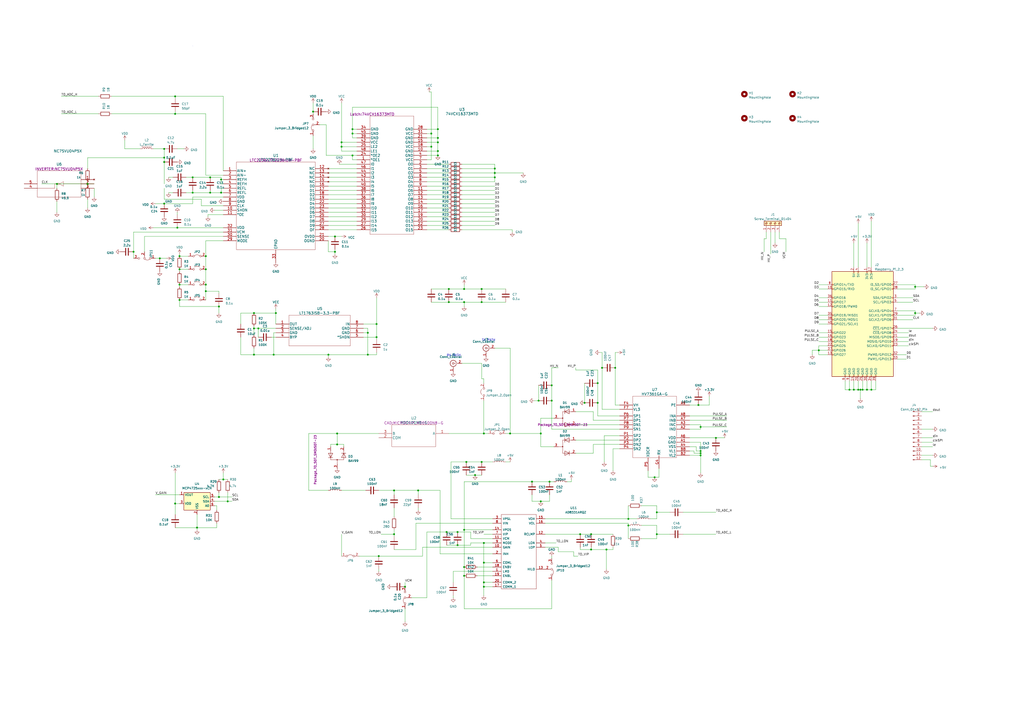
<source format=kicad_sch>
(kicad_sch (version 20230121) (generator eeschema)
  (paper "A2")
  (junction (at 280.67 326.39))
  (junction (at 228.6 309.88))
  (junction (at 147.32 190.5))
  (junction (at 254 90.17))
  (junction (at 119.38 168.91))
  (junction (at 104.14 148.59))
  (junction (at 111.76 111.76))
  (junction (at 95.25 91.44))
  (junction (at 312.42 232.41))
  (junction (at 149.86 190.5))
  (junction (at 313.69 251.46))
  (junction (at 213.36 205.74))
  (junction (at 219.71 322.58))
  (junction (at 320.04 223.52))
  (junction (at 129.54 278.13))
  (junction (at 342.9 309.88))
  (junction (at 356.87 213.36))
  (junction (at 279.4 167.64))
  (junction (at 279.4 175.26))
  (junction (at 530.86 166.37))
  (junction (at 406.4 262.89))
  (junction (at 194.31 137.16))
  (junction (at 349.25 213.36))
  (junction (at 104.14 173.99))
  (junction (at 254 87.63))
  (junction (at 406.4 264.16))
  (junction (at 181.61 64.77))
  (junction (at 308.61 279.4))
  (junction (at 405.13 234.95))
  (junction (at 92.71 149.86))
  (junction (at 254 82.55))
  (junction (at 234.95 340.36))
  (junction (at 95.25 93.98))
  (junction (at 95.25 86.36))
  (junction (at 364.49 300.99))
  (junction (at 198.12 82.55))
  (junction (at 280.67 251.46))
  (junction (at 228.6 284.48))
  (junction (at 121.92 102.87))
  (junction (at 213.36 193.04))
  (junction (at 346.71 233.68))
  (junction (at 121.92 111.76))
  (junction (at 111.76 102.87))
  (junction (at 320.04 232.41))
  (junction (at 269.24 334.01))
  (junction (at 530.86 181.61))
  (junction (at 218.44 195.58))
  (junction (at 198.12 85.09))
  (junction (at 50.8 106.68))
  (junction (at 250.19 85.09))
  (junction (at 260.35 167.64))
  (junction (at 104.14 156.21))
  (junction (at 95.25 118.11))
  (junction (at 364.49 304.8))
  (junction (at 280.67 340.36))
  (junction (at 406.4 247.65))
  (junction (at 194.31 146.05))
  (junction (at 160.02 181.61))
  (junction (at 497.84 226.06))
  (junction (at 265.43 316.23))
  (junction (at 119.38 156.21))
  (junction (at 147.32 181.61))
  (junction (at 379.73 276.86))
  (junction (at 127 177.8))
  (junction (at 342.9 318.77))
  (junction (at 406.4 261.62))
  (junction (at 147.32 205.74))
  (junction (at 119.38 165.1))
  (junction (at 260.35 175.26))
  (junction (at 204.47 74.93))
  (junction (at 101.6 292.1))
  (junction (at 500.38 226.06))
  (junction (at 287.02 102.87))
  (junction (at 218.44 187.96))
  (junction (at 505.46 226.06))
  (junction (at 204.47 90.17))
  (junction (at 195.58 251.46))
  (junction (at 495.3 226.06))
  (junction (at 313.69 290.83))
  (junction (at 132.08 290.83))
  (junction (at 270.51 267.97))
  (junction (at 269.24 328.93))
  (junction (at 254 80.01))
  (junction (at 242.57 284.48))
  (junction (at 269.24 167.64))
  (junction (at 280.67 337.82))
  (junction (at 265.43 308.61))
  (junction (at 127 288.29))
  (junction (at 158.75 205.74))
  (junction (at 204.47 77.47))
  (junction (at 77.47 146.05))
  (junction (at 279.4 267.97))
  (junction (at 295.91 251.46))
  (junction (at 33.02 106.68))
  (junction (at 269.24 307.34))
  (junction (at 415.29 254))
  (junction (at 190.5 205.74))
  (junction (at 339.09 233.68))
  (junction (at 346.71 222.25))
  (junction (at 499.11 226.06))
  (junction (at 492.76 226.06))
  (junction (at 102.87 132.08))
  (junction (at 275.59 275.59))
  (junction (at 318.77 279.4))
  (junction (at 101.6 66.04))
  (junction (at 287.02 100.33))
  (junction (at 502.92 226.06))
  (junction (at 101.6 55.88))
  (junction (at 114.3 306.07))
  (junction (at 269.24 175.26))
  (junction (at 128.27 104.14))
  (junction (at 259.08 308.61))
  (junction (at 280.67 314.96))
  (junction (at 128.27 111.76))
  (junction (at 250.19 77.47))
  (junction (at 336.55 309.88))
  (junction (at 195.58 257.81))
  (junction (at 104.14 165.1))
  (junction (at 381 309.88))
  (junction (at 287.02 97.79))
  (junction (at 474.98 203.2))
  (junction (at 381 297.18))
  (junction (at 119.38 148.59))
  (junction (at 254 74.93))
  (junction (at 351.79 318.77))
  (wire (pts (xy 530.86 181.61) (xy 530.86 182.88)))
  (wire (pts (xy 228.6 307.34) (xy 228.6 309.88)))
  (wire (pts (xy 219.71 322.58) (xy 208.28 322.58)))
  (wire (pts (xy 247.65 100.33) (xy 260.35 100.33)))
  (wire (pts (xy 260.35 175.26) (xy 269.24 175.26)))
  (wire (pts (xy 119.38 101.6) (xy 129.54 101.6)))
  (wire (pts (xy 90.17 118.11) (xy 95.25 118.11)))
  (wire (pts (xy 295.91 201.93) (xy 295.91 251.46)))
  (wire (pts (xy 295.91 251.46) (xy 313.69 251.46)))
  (wire (pts (xy 351.79 318.77) (xy 342.9 318.77)))
  (wire (pts (xy 280.67 251.46) (xy 283.21 251.46)))
  (wire (pts (xy 449.58 134.62) (xy 449.58 140.97)))
  (wire (pts (xy 534.67 259.08) (xy 541.02 259.08)))
  (wire (pts (xy 534.67 248.92) (xy 541.02 248.92)))
  (wire (pts (xy 520.7 200.66) (xy 527.05 200.66)))
  (wire (pts (xy 320.04 213.36) (xy 323.85 213.36)))
  (wire (pts (xy 213.36 190.5) (xy 213.36 193.04)))
  (wire (pts (xy 101.6 306.07) (xy 114.3 306.07)))
  (wire (pts (xy 132.08 290.83) (xy 134.62 290.83)))
  (wire (pts (xy 190.5 118.11) (xy 207.01 118.11)))
  (wire (pts (xy 452.12 134.62) (xy 452.12 138.43)))
  (wire (pts (xy 530.86 166.37) (xy 530.86 167.64)))
  (wire (pts (xy 474.98 193.04) (xy 480.06 193.04)))
  (wire (pts (xy 218.44 187.96) (xy 210.82 187.96)))
  (wire (pts (xy 111.76 111.76) (xy 121.92 111.76)))
  (wire (pts (xy 295.91 201.93) (xy 287.02 201.93)))
  (wire (pts (xy 270.51 267.97) (xy 261.62 267.97)))
  (wire (pts (xy 287.02 100.33) (xy 303.53 100.33)))
  (wire (pts (xy 50.8 115.57) (xy 50.8 120.65)))
  (wire (pts (xy 64.77 55.88) (xy 101.6 55.88)))
  (wire (pts (xy 480.06 185.42) (xy 474.98 185.42)))
  (wire (pts (xy 129.54 55.88) (xy 129.54 99.06)))
  (wire (pts (xy 101.6 55.88) (xy 129.54 55.88)))
  (wire (pts (xy 218.44 195.58) (xy 218.44 196.85)))
  (wire (pts (xy 247.65 105.41) (xy 260.35 105.41)))
  (wire (pts (xy 190.5 115.57) (xy 207.01 115.57)))
  (wire (pts (xy 128.27 106.68) (xy 128.27 104.14)))
  (wire (pts (xy 247.65 128.27) (xy 260.35 128.27)))
  (wire (pts (xy 119.38 66.04) (xy 119.38 101.6)))
  (wire (pts (xy 285.75 340.36) (xy 280.67 340.36)))
  (wire (pts (xy 320.04 213.36) (xy 320.04 223.52)))
  (wire (pts (xy 520.7 167.64) (xy 530.86 167.64)))
  (wire (pts (xy 261.62 267.97) (xy 261.62 300.99)))
  (wire (pts (xy 120.65 124.46) (xy 120.65 125.73)))
  (wire (pts (xy 279.4 167.64) (xy 293.37 167.64)))
  (wire (pts (xy 273.05 308.61) (xy 265.43 308.61)))
  (wire (pts (xy 280.67 232.41) (xy 280.67 251.46)))
  (wire (pts (xy 293.37 251.46) (xy 295.91 251.46)))
  (wire (pts (xy 139.7 181.61) (xy 139.7 187.96)))
  (wire (pts (xy 495.3 226.06) (xy 492.76 226.06)))
  (wire (pts (xy 285.75 334.01) (xy 276.86 334.01)))
  (wire (pts (xy 502.92 226.06) (xy 500.38 226.06)))
  (wire (pts (xy 474.98 182.88) (xy 480.06 182.88)))
  (wire (pts (xy 273.05 316.23) (xy 265.43 316.23)))
  (wire (pts (xy 218.44 205.74) (xy 213.36 205.74)))
  (wire (pts (xy 198.12 85.09) (xy 198.12 87.63)))
  (wire (pts (xy 331.47 279.4) (xy 331.47 278.13)))
  (wire (pts (xy 336.55 309.88) (xy 316.23 309.88)))
  (wire (pts (xy 129.54 104.14) (xy 128.27 104.14)))
  (wire (pts (xy 160.02 181.61) (xy 147.32 181.61)))
  (wire (pts (xy 190.5 105.41) (xy 207.01 105.41)))
  (wire (pts (xy 443.23 138.43) (xy 443.23 146.05)))
  (wire (pts (xy 33.02 116.84) (xy 33.02 123.19)))
  (wire (pts (xy 194.31 137.16) (xy 198.12 137.16)))
  (wire (pts (xy 328.93 279.4) (xy 331.47 279.4)))
  (wire (pts (xy 77.47 134.62) (xy 129.54 134.62)))
  (wire (pts (xy 119.38 148.59) (xy 119.38 139.7)))
  (wire (pts (xy 355.6 273.05) (xy 355.6 260.35)))
  (wire (pts (xy 54.61 109.22) (xy 54.61 114.3)))
  (wire (pts (xy 318.77 290.83) (xy 318.77 287.02)))
  (wire (pts (xy 218.44 187.96) (xy 218.44 195.58)))
  (wire (pts (xy 355.6 309.88) (xy 342.9 309.88)))
  (wire (pts (xy 415.29 297.18) (xy 396.24 297.18)))
  (wire (pts (xy 344.17 238.76) (xy 334.01 238.76)))
  (wire (pts (xy 406.4 247.65) (xy 406.4 248.92)))
  (wire (pts (xy 234.95 353.06) (xy 234.95 360.68)))
  (wire (pts (xy 279.4 275.59) (xy 275.59 275.59)))
  (wire (pts (xy 403.86 261.62) (xy 406.4 261.62)))
  (wire (pts (xy 520.7 185.42) (xy 529.59 185.42)))
  (wire (pts (xy 147.32 201.93) (xy 147.32 205.74)))
  (wire (pts (xy 139.7 195.58) (xy 139.7 205.74)))
  (wire (pts (xy 474.98 200.66) (xy 480.06 200.66)))
  (wire (pts (xy 72.39 86.36) (xy 81.28 86.36)))
  (wire (pts (xy 285.75 337.82) (xy 280.67 337.82)))
  (wire (pts (xy 158.75 205.74) (xy 190.5 205.74)))
  (wire (pts (xy 33.02 106.68) (xy 33.02 109.22)))
  (wire (pts (xy 111.76 114.3) (xy 111.76 118.11)))
  (wire (pts (xy 267.97 105.41) (xy 287.02 105.41)))
  (wire (pts (xy 114.3 306.07) (xy 114.3 307.34)))
  (wire (pts (xy 369.57 300.99) (xy 364.49 300.99)))
  (wire (pts (xy 101.6 64.77) (xy 101.6 66.04)))
  (wire (pts (xy 375.92 273.05) (xy 375.92 276.86)))
  (wire (pts (xy 190.5 113.03) (xy 207.01 113.03)))
  (wire (pts (xy 364.49 303.53) (xy 364.49 304.8)))
  (wire (pts (xy 72.39 81.28) (xy 72.39 86.36)))
  (wire (pts (xy 101.6 292.1) (xy 104.14 292.1)))
  (wire (pts (xy 474.98 198.12) (xy 480.06 198.12)))
  (wire (pts (xy 520.7 190.5) (xy 541.02 190.5)))
  (wire (pts (xy 505.46 128.27) (xy 505.46 154.94)))
  (wire (pts (xy 421.64 247.65) (xy 406.4 247.65)))
  (wire (pts (xy 198.12 82.55) (xy 198.12 85.09)))
  (wire (pts (xy 349.25 213.36) (xy 349.25 204.47)))
  (wire (pts (xy 359.41 243.84) (xy 344.17 243.84)))
  (wire (pts (xy 520.7 205.74) (xy 525.78 205.74)))
  (wire (pts (xy 279.4 219.71) (xy 280.67 219.71)))
  (wire (pts (xy 119.38 139.7) (xy 129.54 139.7)))
  (wire (pts (xy 267.97 130.81) (xy 287.02 130.81)))
  (wire (pts (xy 474.98 200.66) (xy 474.98 203.2)))
  (wire (pts (xy 260.35 167.64) (xy 269.24 167.64)))
  (wire (pts (xy 190.5 130.81) (xy 207.01 130.81)))
  (wire (pts (xy 349.25 213.36) (xy 349.25 237.49)))
  (wire (pts (xy 400.05 261.62) (xy 402.59 261.62)))
  (wire (pts (xy 285.75 307.34) (xy 269.24 307.34)))
  (wire (pts (xy 147.32 205.74) (xy 158.75 205.74)))
  (wire (pts (xy 265.43 316.23) (xy 259.08 316.23)))
  (wire (pts (xy 204.47 77.47) (xy 204.47 74.93)))
  (wire (pts (xy 219.71 251.46) (xy 195.58 251.46)))
  (wire (pts (xy 267.97 125.73) (xy 287.02 125.73)))
  (wire (pts (xy 190.5 102.87) (xy 207.01 102.87)))
  (wire (pts (xy 279.4 267.97) (xy 270.51 267.97)))
  (wire (pts (xy 190.5 128.27) (xy 207.01 128.27)))
  (wire (pts (xy 285.75 326.39) (xy 280.67 326.39)))
  (wire (pts (xy 198.12 59.69) (xy 198.12 82.55)))
  (wire (pts (xy 344.17 238.76) (xy 344.17 243.84)))
  (wire (pts (xy 157.48 195.58) (xy 160.02 195.58)))
  (wire (pts (xy 332.74 322.58) (xy 332.74 320.04)))
  (wire (pts (xy 285.75 312.42) (xy 273.05 312.42)))
  (wire (pts (xy 492.76 220.98) (xy 492.76 226.06)))
  (wire (pts (xy 355.6 318.77) (xy 351.79 318.77)))
  (wire (pts (xy 198.12 82.55) (xy 207.01 82.55)))
  (wire (pts (xy 219.71 330.2) (xy 219.71 331.47)))
  (wire (pts (xy 33.02 106.68) (xy 50.8 106.68)))
  (wire (pts (xy 250.19 175.26) (xy 260.35 175.26)))
  (wire (pts (xy 275.59 275.59) (xy 270.51 275.59)))
  (wire (pts (xy 382.27 271.78) (xy 382.27 276.86)))
  (wire (pts (xy 198.12 87.63) (xy 207.01 87.63)))
  (wire (pts (xy 267.97 97.79) (xy 287.02 97.79)))
  (wire (pts (xy 285.75 328.93) (xy 276.86 328.93)))
  (wire (pts (xy 247.65 85.09) (xy 250.19 85.09)))
  (wire (pts (xy 267.97 113.03) (xy 287.02 113.03)))
  (wire (pts (xy 196.85 95.25) (xy 207.01 95.25)))
  (wire (pts (xy 364.49 293.37) (xy 364.49 300.99)))
  (wire (pts (xy 335.28 322.58) (xy 332.74 322.58)))
  (wire (pts (xy 269.24 175.26) (xy 269.24 177.8)))
  (wire (pts (xy 520.7 208.28) (xy 525.78 208.28)))
  (wire (pts (xy 262.89 331.47) (xy 262.89 337.82)))
  (wire (pts (xy 207.01 80.01) (xy 204.47 80.01)))
  (wire (pts (xy 499.11 226.06) (xy 499.11 231.14)))
  (wire (pts (xy 119.38 156.21) (xy 119.38 165.1)))
  (wire (pts (xy 190.5 123.19) (xy 207.01 123.19)))
  (wire (pts (xy 35.56 66.04) (xy 57.15 66.04)))
  (wire (pts (xy 250.19 92.71) (xy 250.19 85.09)))
  (wire (pts (xy 297.18 133.35) (xy 297.18 134.62)))
  (wire (pts (xy 508 226.06) (xy 505.46 226.06)))
  (wire (pts (xy 101.6 55.88) (xy 101.6 57.15)))
  (wire (pts (xy 160.02 190.5) (xy 149.86 190.5)))
  (wire (pts (xy 400.05 246.38) (xy 406.4 246.38)))
  (wire (pts (xy 190.5 205.74) (xy 190.5 207.01)))
  (wire (pts (xy 190.5 97.79) (xy 207.01 97.79)))
  (wire (pts (xy 351.79 318.77) (xy 351.79 330.2)))
  (wire (pts (xy 381 309.88) (xy 381 312.42)))
  (wire (pts (xy 402.59 262.89) (xy 406.4 262.89)))
  (wire (pts (xy 241.3 303.53) (xy 285.75 303.53)))
  (wire (pts (xy 204.47 74.93) (xy 207.01 74.93)))
  (wire (pts (xy 129.54 106.68) (xy 128.27 106.68)))
  (wire (pts (xy 190.5 284.48) (xy 179.07 284.48)))
  (wire (pts (xy 471.17 205.74) (xy 471.17 203.2)))
  (wire (pts (xy 127 278.13) (xy 129.54 278.13)))
  (wire (pts (xy 127 177.8) (xy 127 181.61)))
  (wire (pts (xy 280.67 326.39) (xy 280.67 337.82)))
  (wire (pts (xy 190.5 125.73) (xy 207.01 125.73)))
  (wire (pts (xy 520.7 198.12) (xy 527.05 198.12)))
  (wire (pts (xy 204.47 80.01) (xy 204.47 77.47)))
  (wire (pts (xy 539.75 266.7) (xy 534.67 266.7)))
  (wire (pts (xy 247.65 130.81) (xy 260.35 130.81)))
  (wire (pts (xy 267.97 123.19) (xy 287.02 123.19)))
  (wire (pts (xy 320.04 232.41) (xy 320.04 248.92)))
  (wire (pts (xy 323.85 320.04) (xy 323.85 317.5)))
  (wire (pts (xy 356.87 204.47) (xy 358.14 204.47)))
  (wire (pts (xy 190.5 120.65) (xy 207.01 120.65)))
  (wire (pts (xy 50.8 91.44) (xy 95.25 91.44)))
  (wire (pts (xy 471.17 203.2) (xy 474.98 203.2)))
  (wire (pts (xy 497.84 220.98) (xy 497.84 226.06)))
  (wire (pts (xy 212.09 284.48) (xy 198.12 284.48)))
  (wire (pts (xy 505.46 220.98) (xy 505.46 226.06)))
  (wire (pts (xy 342.9 309.88) (xy 336.55 309.88)))
  (wire (pts (xy 90.17 287.02) (xy 104.14 287.02)))
  (wire (pts (xy 77.47 134.62) (xy 77.47 146.05)))
  (wire (pts (xy 95.25 91.44) (xy 95.25 93.98)))
  (wire (pts (xy 443.23 138.43) (xy 444.5 138.43)))
  (wire (pts (xy 245.11 322.58) (xy 219.71 322.58)))
  (wire (pts (xy 269.24 307.34) (xy 269.24 328.93)))
  (wire (pts (xy 198.12 85.09) (xy 207.01 85.09)))
  (wire (pts (xy 495.3 220.98) (xy 495.3 226.06)))
  (wire (pts (xy 189.23 90.17) (xy 204.47 90.17)))
  (wire (pts (xy 104.14 148.59) (xy 109.22 148.59)))
  (wire (pts (xy 447.04 134.62) (xy 447.04 147.32)))
  (wire (pts (xy 247.65 115.57) (xy 260.35 115.57)))
  (wire (pts (xy 495.3 140.97) (xy 495.3 154.94)))
  (wire (pts (xy 128.27 109.22) (xy 129.54 109.22)))
  (wire (pts (xy 129.54 274.32) (xy 129.54 278.13)))
  (wire (pts (xy 127 168.91) (xy 127 170.18)))
  (wire (pts (xy 195.58 251.46) (xy 179.07 251.46)))
  (wire (pts (xy 444.5 134.62) (xy 444.5 138.43)))
  (wire (pts (xy 308.61 290.83) (xy 313.69 290.83)))
  (wire (pts (xy 158.75 205.74) (xy 158.75 193.04)))
  (wire (pts (xy 260.35 251.46) (xy 280.67 251.46)))
  (wire (pts (xy 104.14 173.99) (xy 104.14 177.8)))
  (wire (pts (xy 262.89 345.44) (xy 262.89 346.71)))
  (wire (pts (xy 313.69 259.08) (xy 321.31 259.08)))
  (wire (pts (xy 147.32 181.61) (xy 139.7 181.61)))
  (wire (pts (xy 241.3 318.77) (xy 241.3 303.53)))
  (wire (pts (xy 210.82 190.5) (xy 213.36 190.5)))
  (wire (pts (xy 124.46 293.37) (xy 125.73 293.37)))
  (wire (pts (xy 160.02 181.61) (xy 160.02 187.96)))
  (wire (pts (xy 210.82 195.58) (xy 218.44 195.58)))
  (wire (pts (xy 160.02 179.07) (xy 160.02 181.61)))
  (wire (pts (xy 269.24 353.06) (xy 320.04 353.06)))
  (wire (pts (xy 116.84 119.38) (xy 129.54 119.38)))
  (wire (pts (xy 359.41 241.3) (xy 346.71 241.3)))
  (wire (pts (xy 190.5 146.05) (xy 194.31 146.05)))
  (wire (pts (xy 129.54 114.3) (xy 111.76 114.3)))
  (wire (pts (xy 285.75 317.5) (xy 245.11 317.5)))
  (wire (pts (xy 139.7 205.74) (xy 147.32 205.74)))
  (wire (pts (xy 308.61 279.4) (xy 318.77 279.4)))
  (wire (pts (xy 534.67 254) (xy 541.02 254)))
  (wire (pts (xy 125.73 293.37) (xy 125.73 295.91)))
  (wire (pts (xy 346.71 214.63) (xy 346.71 222.25)))
  (wire (pts (xy 119.38 165.1) (xy 119.38 168.91)))
  (wire (pts (xy 356.87 234.95) (xy 359.41 234.95)))
  (wire (pts (xy 254 80.01) (xy 247.65 80.01)))
  (wire (pts (xy 104.14 173.99) (xy 109.22 173.99)))
  (wire (pts (xy 254 80.01) (xy 254 82.55)))
  (wire (pts (xy 181.61 78.74) (xy 181.61 86.36)))
  (wire (pts (xy 101.6 66.04) (xy 119.38 66.04)))
  (wire (pts (xy 255.27 284.48) (xy 255.27 321.31)))
  (wire (pts (xy 356.87 213.36) (xy 356.87 234.95)))
  (wire (pts (xy 480.06 165.1) (xy 474.98 165.1)))
  (wire (pts (xy 199.39 257.81) (xy 199.39 259.08)))
  (wire (pts (xy 269.24 279.4) (xy 269.24 307.34)))
  (wire (pts (xy 334.01 262.89) (xy 344.17 262.89)))
  (wire (pts (xy 102.87 123.19) (xy 102.87 124.46)))
  (wire (pts (xy 490.22 226.06) (xy 490.22 220.98)))
  (wire (pts (xy 127 285.75) (xy 127 288.29)))
  (wire (pts (xy 287.02 100.33) (xy 287.02 102.87)))
  (wire (pts (xy 124.46 290.83) (xy 132.08 290.83)))
  (wire (pts (xy 191.77 257.81) (xy 195.58 257.81)))
  (wire (pts (xy 238.76 346.71) (xy 247.65 346.71)))
  (wire (pts (xy 247.65 110.49) (xy 260.35 110.49)))
  (wire (pts (xy 287.02 102.87) (xy 287.02 105.41)))
  (wire (pts (xy 279.4 175.26) (xy 293.37 175.26)))
  (wire (pts (xy 254 87.63) (xy 247.65 87.63)))
  (wire (pts (xy 114.3 298.45) (xy 114.3 306.07)))
  (wire (pts (xy 530.86 182.88) (xy 520.7 182.88)))
  (wire (pts (xy 313.69 251.46) (xy 313.69 259.08)))
  (wire (pts (xy 334.01 246.38) (xy 359.41 246.38)))
  (wire (pts (xy 121.92 110.49) (xy 121.92 111.76)))
  (wire (pts (xy 400.05 264.16) (xy 406.4 264.16)))
  (wire (pts (xy 149.86 190.5) (xy 149.86 195.58)))
  (wire (pts (xy 128.27 109.22) (xy 128.27 111.76)))
  (wire (pts (xy 104.14 177.8) (xy 127 177.8)))
  (wire (pts (xy 267.97 107.95) (xy 287.02 107.95)))
  (wire (pts (xy 285.75 309.88) (xy 280.67 309.88)))
  (wire (pts (xy 77.47 146.05) (xy 77.47 149.86)))
  (wire (pts (xy 95.25 86.36) (xy 95.25 91.44)))
  (wire (pts (xy 121.92 102.87) (xy 111.76 102.87)))
  (wire (pts (xy 190.5 133.35) (xy 207.01 133.35)))
  (wire (pts (xy 119.38 148.59) (xy 119.38 156.21)))
  (wire (pts (xy 254 82.55) (xy 247.65 82.55)))
  (wire (pts (xy 406.4 256.54) (xy 406.4 261.62)))
  (wire (pts (xy 204.47 74.93) (xy 204.47 62.23)))
  (wire (pts (xy 204.47 90.17) (xy 207.01 90.17)))
  (wire (pts (xy 500.38 226.06) (xy 499.11 226.06)))
  (wire (pts (xy 119.38 168.91) (xy 127 168.91)))
  (wire (pts (xy 218.44 204.47) (xy 218.44 205.74)))
  (wire (pts (xy 247.65 120.65) (xy 260.35 120.65)))
  (wire (pts (xy 364.49 304.8) (xy 364.49 312.42)))
  (wire (pts (xy 147.32 189.23) (xy 147.32 190.5)))
  (wire (pts (xy 247.65 107.95) (xy 260.35 107.95)))
  (wire (pts (xy 421.64 241.3) (xy 400.05 241.3)))
  (wire (pts (xy 102.87 132.08) (xy 129.54 132.08)))
  (wire (pts (xy 95.25 109.22) (xy 95.25 115.57)))
  (wire (pts (xy 313.69 242.57) (xy 313.69 251.46)))
  (wire (pts (xy 406.4 261.62) (xy 406.4 262.89)))
  (wire (pts (xy 50.8 105.41) (xy 50.8 106.68)))
  (wire (pts (xy 250.19 77.47) (xy 250.19 85.09)))
  (wire (pts (xy 334.01 213.36) (xy 334.01 214.63)))
  (wire (pts (xy 309.88 232.41) (xy 312.42 232.41)))
  (wire (pts (xy 474.98 195.58) (xy 480.06 195.58)))
  (wire (pts (xy 400.05 234.95) (xy 405.13 234.95)))
  (wire (pts (xy 355.6 317.5) (xy 355.6 318.77)))
  (wire (pts (xy 228.6 318.77) (xy 241.3 318.77)))
  (wire (pts (xy 50.8 106.68) (xy 50.8 107.95)))
  (wire (pts (xy 129.54 278.13) (xy 132.08 278.13)))
  (wire (pts (xy 346.71 222.25) (xy 346.71 233.68)))
  (wire (pts (xy 280.67 314.96) (xy 273.05 314.96)))
  (wire (pts (xy 280.67 314.96) (xy 280.67 326.39)))
  (wire (pts (xy 313.69 242.57) (xy 321.31 242.57)))
  (wire (pts (xy 530.86 181.61) (xy 533.4 181.61)))
  (wire (pts (xy 254 62.23) (xy 254 74.93)))
  (wire (pts (xy 247.65 102.87) (xy 260.35 102.87)))
  (wire (pts (xy 339.09 222.25) (xy 339.09 233.68)))
  (wire (pts (xy 480.06 167.64) (xy 474.98 167.64)))
  (wire (pts (xy 323.85 317.5) (xy 316.23 317.5)))
  (wire (pts (xy 129.54 121.92) (xy 124.46 121.92)))
  (wire (pts (xy 320.04 248.92) (xy 359.41 248.92)))
  (wire (pts (xy 342.9 317.5) (xy 342.9 318.77)))
  (wire (pts (xy 228.6 299.72) (xy 228.6 294.64)))
  (wire (pts (xy 406.4 248.92) (xy 400.05 248.92)))
  (wire (pts (xy 344.17 262.89) (xy 344.17 257.81)))
  (wire (pts (xy 381 300.99) (xy 377.19 300.99)))
  (wire (pts (xy 88.9 86.36) (xy 95.25 86.36)))
  (wire (pts (xy 64.77 66.04) (xy 101.6 66.04)))
  (wire (pts (xy 534.67 264.16) (xy 541.02 264.16)))
  (wire (pts (xy 480.06 172.72) (xy 474.98 172.72)))
  (wire (pts (xy 480.06 175.26) (xy 474.98 175.26)))
  (wire (pts (xy 349.25 237.49) (xy 359.41 237.49)))
  (wire (pts (xy 396.24 309.88) (xy 415.29 309.88)))
  (wire (pts (xy 520.7 193.04) (xy 527.05 193.04)))
  (wire (pts (xy 411.48 229.87) (xy 411.48 234.95)))
  (wire (pts (xy 101.6 274.32) (xy 101.6 292.1)))
  (wire (pts (xy 255.27 284.48) (xy 242.57 284.48)))
  (wire (pts (xy 259.08 308.61) (xy 247.65 308.61)))
  (wire (pts (xy 132.08 285.75) (xy 132.08 290.83)))
  (wire (pts (xy 308.61 287.02) (xy 308.61 290.83)))
  (wire (pts (xy 114.3 306.07) (xy 125.73 306.07)))
  (wire (pts (xy 50.8 97.79) (xy 50.8 91.44)))
  (wire (pts (xy 267.97 102.87) (xy 287.02 102.87)))
  (wire (pts (xy 279.4 210.82) (xy 279.4 219.71)))
  (wire (pts (xy 269.24 328.93) (xy 269.24 334.01)))
  (wire (pts (xy 204.47 77.47) (xy 207.01 77.47)))
  (wire (pts (xy 254 90.17) (xy 247.65 90.17)))
  (wire (pts (xy 128.27 104.14) (xy 128.27 102.87)))
  (wire (pts (xy 250.19 167.64) (xy 260.35 167.64)))
  (wire (pts (xy 342.9 318.77) (xy 336.55 318.77)))
  (wire (pts (xy 269.24 175.26) (xy 279.4 175.26)))
  (wire (pts (xy 334.01 255.27) (xy 359.41 255.27)))
  (wire (pts (xy 265.43 308.61) (xy 259.08 308.61)))
  (wire (pts (xy 336.55 317.5) (xy 336.55 318.77)))
  (wire (pts (xy 194.31 144.78) (xy 194.31 146.05)))
  (wire (pts (xy 128.27 102.87) (xy 121.92 102.87)))
  (wire (pts (xy 83.82 137.16) (xy 83.82 146.05)))
  (wire (pts (xy 269.24 165.1) (xy 269.24 167.64)))
  (wire (pts (xy 102.87 86.36) (xy 106.68 86.36)))
  (wire (pts (xy 190.5 100.33) (xy 207.01 100.33)))
  (wire (pts (xy 179.07 251.46) (xy 179.07 284.48)))
  (wire (pts (xy 92.71 149.86) (xy 90.17 149.86)))
  (wire (pts (xy 285.75 331.47) (xy 262.89 331.47)))
  (wire (pts (xy 530.86 166.37) (xy 535.94 166.37)))
  (wire (pts (xy 120.65 124.46) (xy 129.54 124.46)))
  (wire (pts (xy 406.4 246.38) (xy 406.4 247.65)))
  (wire (pts (xy 247.65 95.25) (xy 260.35 95.25)))
  (wire (pts (xy 95.25 93.98) (xy 95.25 106.68)))
  (wire (pts (xy 228.6 309.88) (xy 220.98 309.88)))
  (wire (pts (xy 508 220.98) (xy 508 226.06)))
  (wire (pts (xy 350.52 267.97) (xy 350.52 252.73)))
  (wire (pts (xy 372.11 293.37) (xy 381 293.37)))
  (wire (pts (xy 158.75 193.04) (xy 160.02 193.04)))
  (wire (pts (xy 92.71 149.86) (xy 96.52 149.86)))
  (wire (pts (xy 502.92 140.97) (xy 502.92 154.94)))
  (wire (pts (xy 97.79 111.76) (xy 100.33 111.76)))
  (wire (pts (xy 181.61 59.69) (xy 181.61 64.77)))
  (wire (pts (xy 247.65 74.93) (xy 254 74.93)))
  (wire (pts (xy 204.47 62.23) (xy 254 62.23)))
  (wire (pts (xy 83.82 137.16) (xy 129.54 137.16)))
  (wire (pts (xy 474.98 203.2) (xy 480.06 203.2)))
  (wire (pts (xy 24.13 106.68) (xy 33.02 106.68)))
  (wire (pts (xy 269.24 167.64) (xy 279.4 167.64)))
  (wire (pts (xy 127 288.29) (xy 134.62 288.29)))
  (wire (pts (xy 505.46 226.06) (xy 502.92 226.06)))
  (wire (pts (xy 267.97 128.27) (xy 287.02 128.27)))
  (wire (pts (xy 247.65 92.71) (xy 250.19 92.71)))
  (wire (pts (xy 372.11 304.8) (xy 381 304.8)))
  (wire (pts (xy 104.14 156.21) (xy 109.22 156.21)))
  (wire (pts (xy 406.4 264.16) (xy 406.4 274.32)))
  (wire (pts (xy 474.98 205.74) (xy 480.06 205.74)))
  (wire (pts (xy 95.25 115.57) (xy 116.84 115.57)))
  (wire (pts (xy 350.52 252.73) (xy 359.41 252.73)))
  (wire (pts (xy 349.25 204.47) (xy 347.98 204.47)))
  (wire (pts (xy 228.6 284.48) (xy 228.6 287.02)))
  (wire (pts (xy 228.6 284.48) (xy 219.71 284.48)))
  (wire (pts (xy 320.04 322.58) (xy 320.04 323.85)))
  (wire (pts (xy 269.24 334.01) (xy 269.24 353.06)))
  (wire (pts (xy 204.47 92.71) (xy 207.01 92.71)))
  (wire (pts (xy 530.86 165.1) (xy 530.86 166.37)))
  (wire (pts (xy 267.97 120.65) (xy 287.02 120.65)))
  (wire (pts (xy 411.48 234.95) (xy 405.13 234.95)))
  (wire (pts (xy 250.19 53.34) (xy 250.19 77.47)))
  (wire (pts (xy 128.27 111.76) (xy 129.54 111.76)))
  (wire (pts (xy 198.12 309.88) (xy 198.12 322.58)))
  (wire (pts (xy 280.67 219.71) (xy 280.67 222.25)))
  (wire (pts (xy 204.47 90.17) (xy 204.47 92.71)))
  (wire (pts (xy 534.67 238.76) (xy 541.02 238.76)))
  (wire (pts (xy 415.29 254) (xy 400.05 254)))
  (wire (pts (xy 359.41 257.81) (xy 344.17 257.81)))
  (wire (pts (xy 35.56 55.88) (xy 57.15 55.88)))
  (wire (pts (xy 520.7 195.58) (xy 527.05 195.58)))
  (wire (pts (xy 452.12 138.43) (xy 455.93 138.43)))
  (wire (pts (xy 480.06 177.8) (xy 474.98 177.8)))
  (wire (pts (xy 218.44 172.72) (xy 218.44 187.96)))
  (wire (pts (xy 190.5 107.95) (xy 207.01 107.95)))
  (wire (pts (xy 313.69 290.83) (xy 318.77 290.83)))
  (wire (pts (xy 280.67 340.36) (xy 280.67 345.44)))
  (wire (pts (xy 421.64 243.84) (xy 400.05 243.84)))
  (wire (pts (xy 520.7 175.26) (xy 529.59 175.26)))
  (wire (pts (xy 285.75 300.99) (xy 261.62 300.99)))
  (wire (pts (xy 213.36 193.04) (xy 213.36 205.74)))
  (wire (pts (xy 267.97 118.11) (xy 287.02 118.11)))
  (wire (pts (xy 388.62 309.88) (xy 381 309.88)))
  (wire (pts (xy 242.57 295.91) (xy 242.57 294.64)))
  (wire (pts (xy 273.05 312.42) (xy 273.05 308.61)))
  (wire (pts (xy 189.23 90.17) (xy 189.23 72.39)))
  (wire (pts (xy 107.95 111.76) (xy 111.76 111.76)))
  (wire (pts (xy 50.8 106.68) (xy 54.61 106.68)))
  (wire (pts (xy 242.57 284.48) (xy 228.6 284.48)))
  (wire (pts (xy 195.58 257.81) (xy 199.39 257.81)))
  (wire (pts (xy 530.86 180.34) (xy 520.7 180.34)))
  (wire (pts (xy 320.04 223.52) (xy 320.04 232.41)))
  (wire (pts (xy 285.75 314.96) (xy 280.67 314.96)))
  (wire (pts (xy 534.67 256.54) (xy 541.02 256.54)))
  (wire (pts (xy 381 297.18) (xy 381 300.99)))
  (wire (pts (xy 381 312.42) (xy 372.11 312.42)))
  (wire (pts (xy 194.31 146.05) (xy 194.31 147.32)))
  (wire (pts (xy 181.61 64.77) (xy 181.61 66.04)))
  (wire (pts (xy 455.93 138.43) (xy 455.93 146.05)))
  (wire (pts (xy 247.65 113.03) (xy 260.35 113.03)))
  (wire (pts (xy 104.14 156.21) (xy 104.14 157.48)))
  (wire (pts (xy 101.6 292.1) (xy 101.6 298.45)))
  (wire (pts (xy 190.5 137.16) (xy 194.31 137.16)))
  (wire (pts (xy 111.76 110.49) (xy 111.76 111.76)))
  (wire (pts (xy 116.84 115.57) (xy 116.84 119.38)))
  (wire (pts (xy 539.75 270.51) (xy 539.75 266.7)))
  (wire (pts (xy 247.65 123.19) (xy 260.35 123.19)))
  (wire (pts (xy 322.58 314.96) (xy 316.23 314.96)))
  (wire (pts (xy 267.97 210.82) (xy 279.4 210.82)))
  (wire (pts (xy 185.42 72.39) (xy 189.23 72.39)))
  (wire (pts (xy 88.9 132.08) (xy 102.87 132.08)))
  (wire (pts (xy 250.19 53.34) (xy 248.92 53.34)))
  (wire (pts (xy 254 87.63) (xy 254 90.17)))
  (wire (pts (xy 497.84 226.06) (xy 495.3 226.06)))
  (wire (pts (xy 254 82.55) (xy 254 87.63)))
  (wire (pts (xy 320.04 353.06) (xy 320.04 336.55)))
  (wire (pts (xy 245.11 317.5) (xy 245.11 322.58)))
  (wire (pts (xy 195.58 251.46) (xy 195.58 257.81)))
  (wire (pts (xy 280.67 337.82) (xy 280.67 340.36)))
  (wire (pts (xy 247.65 125.73) (xy 260.35 125.73)))
  (wire (pts (xy 497.84 129.54) (xy 497.84 154.94)))
  (wire (pts (xy 356.87 213.36) (xy 356.87 204.47)))
  (wire (pts (xy 213.36 205.74) (xy 190.5 205.74)))
  (wire (pts (xy 191.77 259.08) (xy 191.77 257.81)))
  (wire (pts (xy 316.23 300.99) (xy 364.49 300.99)))
  (wire (pts (xy 190.5 139.7) (xy 190.5 146.05)))
  (wire (pts (xy 474.98 203.2) (xy 474.98 205.74)))
  (wire (pts (xy 406.4 262.89) (xy 406.4 264.16)))
  (wire (pts (xy 530.86 180.34) (xy 530.86 181.61)))
  (wire (pts (xy 375.92 276.86) (xy 379.73 276.86)))
  (wire (pts (xy 234.95 337.82) (xy 234.95 340.36)))
  (wire (pts (xy 267.97 95.25) (xy 287.02 95.25)))
  (wire (pts (xy 247.65 97.79) (xy 260.35 97.79)))
  (wire (pts (xy 403.86 261.62) (xy 403.86 259.08)))
  (wire (pts (xy 334.01 214.63) (xy 346.71 214.63)))
  (wire (pts (xy 420.37 254) (xy 415.29 254)))
  (wire (pts (xy 149.86 190.5) (xy 147.32 190.5)))
  (wire (pts (xy 400.05 256.54) (xy 406.4 256.54)))
  (wire (pts (xy 190.5 110.49) (xy 207.01 110.49)))
  (wire (pts (xy 502.92 220.98) (xy 502.92 226.06)))
  (wire (pts (xy 346.71 233.68) (xy 346.71 241.3)))
  (wire (pts (xy 539.75 270.51) (xy 541.02 270.51)))
  (wire (pts (xy 287.02 95.25) (xy 287.02 97.79)))
  (wire (pts (xy 97.79 102.87) (xy 100.33 102.87)))
  (wire (pts (xy 355.6 260.35) (xy 359.41 260.35)))
  (wire (pts (xy 295.91 267.97) (xy 293.37 267.97)))
  (wire (pts (xy 119.38 168.91) (xy 119.38 173.99)))
  (wire (pts (xy 403.86 259.08) (xy 400.05 259.08)))
  (wire (pts (xy 520.7 172.72) (xy 529.59 172.72)))
  (wire (pts (xy 125.73 303.53) (xy 125.73 306.07)))
  (wire (pts (xy 104.14 165.1) (xy 109.22 165.1)))
  (wire (pts (xy 382.27 276.86) (xy 379.73 276.86)))
  (wire (pts (xy 267.97 110.49) (xy 287.02 110.49)))
  (wire (pts (xy 273.05 314.96) (xy 273.05 316.23)))
  (wire (pts (xy 492.76 226.06) (xy 490.22 226.06)))
  (wire (pts (xy 121.92 111.76) (xy 128.27 111.76)))
  (wire (pts (xy 228.6 309.88) (xy 228.6 311.15)))
  (wire (pts (xy 388.62 297.18) (xy 381 297.18)))
  (wire (pts (xy 520.7 165.1) (xy 530.86 165.1)))
  (wire (pts (xy 104.14 165.1) (xy 104.14 166.37)))
  (wire (pts (xy 285.75 267.97) (xy 279.4 267.97)))
  (wire (pts (xy 267.97 133.35) (xy 297.18 133.35)))
  (wire (pts (xy 247.65 308.61) (xy 247.65 346.71)))
  (wire (pts (xy 247.65 133.35) (xy 260.35 133.35)))
  (wire (pts (xy 402.59 261.62) (xy 402.59 262.89)))
  (wire (pts (xy 247.65 118.11) (xy 260.35 118.11)))
  (wire (pts (xy 242.57 284.48) (xy 242.57 287.02)))
  (wire (pts (xy 255.27 321.31) (xy 285.75 321.31)))
  (wire (pts (xy 104.14 147.32) (xy 104.14 148.59)))
  (wire (pts (xy 247.65 77.47) (xy 250.19 77.47)))
  (wire (pts (xy 124.46 288.29) (xy 127 288.29)))
  (wire (pts (xy 323.85 320.04) (xy 332.74 320.04)))
  (wire (pts (xy 213.36 193.04) (xy 210.82 193.04)))
  (wire (pts (xy 95.25 118.11) (xy 111.76 118.11)))
  (wire (pts (xy 500.38 220.98) (xy 500.38 226.06)))
  (wire (pts (xy 147.32 190.5) (xy 147.32 194.31)))
  (wire (pts (xy 308.61 279.4) (xy 269.24 279.4)))
  (wire (pts (xy 267.97 115.57) (xy 287.02 115.57)))
  (wire (pts (xy 381 304.8) (xy 381 309.88)))
  (wire (pts (xy 480.06 187.96) (xy 474.98 187.96)))
  (wire (pts (xy 287.02 97.79) (xy 287.02 100.33)))
  (wire (pts (xy 107.95 102.87) (xy 111.76 102.87)))
  (wire (pts (xy 381 293.37) (xy 381 297.18)))
  (wire (pts (xy 312.42 223.52) (xy 312.42 232.41)))
  (wire (pts (xy 316.23 303.53) (xy 364.49 303.53)))
  (wire (pts (xy 318.77 279.4) (xy 321.31 279.4)))
  (wire (pts (xy 254 74.93) (xy 254 80.01)))
  (wire (pts (xy 499.11 226.06) (xy 497.84 226.06)))
  (wire (pts (xy 267.97 100.33) (xy 287.02 100.33)))
  (rectangle (start 111.76 26.67) (end 111.76 26.67))
  (text "TX PATH\n" (at 279.4 198.12 0) (effects (font (size 1.27 1.27)) (justify left bottom)))
  (text "RX PATH\n" (at 259.08 207.01 0) (effects (font (size 1.27 1.27)) (justify left bottom)))
  (label "D8" (at 287.02 128.27 0))
  (label "VCM" (at 455.93 146.05 270))
  (label "D6" (at 287.02 123.19 0))
  (label "din" (at 527.05 198.12 0))
  (label "D6" (at 474.98 177.8 180))
  (label "VCM" (at 234.95 337.82 0))
  (label "D0" (at 525.78 205.74 0))
  (label "HV_N" (at 443.23 146.05 270))
  (label "dout" (at 527.05 195.58 0))
  (label "D5" (at 474.98 175.26 180))
  (label "D2" (at 287.02 113.03 0))
  (label "clkSPI" (at 541.02 256.54 0))
  (label "D1" (at 525.78 208.28 0))
  (label "HV_P" (at 447.04 147.32 270))
  (label "PULSE_C" (at 474.98 198.12 180))
  (label "D9" (at 287.02 130.81 0))
  (label "V_GAIN" (at 90.17 287.02 0))
  (label "D3" (at 287.02 115.57 0))
  (label "SCL" (at 529.59 175.26 0))
  (label "TO_LON" (at 322.58 314.96 0))
  (label "HV_N" (at 323.85 213.36 180))
  (label "CLK" (at 24.13 106.68 0))
  (label "D7" (at 474.98 182.88 180))
  (label "D1" (at 287.02 110.49 0))
  (label "D2" (at 474.98 165.1 180))
  (label "TO_ADC_H" (at 35.56 55.88 0))
  (label "PULSE_A" (at 421.64 241.3 180))
  (label "TO_ADC_L" (at 415.29 309.88 0))
  (label "le" (at 527.05 193.04 0))
  (label "TO_LON" (at 220.98 309.88 180))
  (label "CLK" (at 529.59 185.42 0))
  (label "D9" (at 474.98 187.96 180))
  (label "HV_P" (at 334.01 213.36 180))
  (label "D4" (at 287.02 118.11 0))
  (label "D7" (at 287.02 125.73 0))
  (label "PULSE_C" (at 421.64 247.65 180))
  (label "D8" (at 474.98 185.42 180))
  (label "TO_ADC_L" (at 35.56 66.04 0))
  (label "TO_ADC_H" (at 415.29 297.18 0))
  (label "D0" (at 287.02 107.95 0))
  (label "PULSE_A" (at 474.98 193.04 180))
  (label "le" (at 541.02 259.08 0))
  (label "V_GAIN" (at 198.12 309.88 0))
  (label "TO_VIP" (at 280.67 309.88 180))
  (label "SCL" (at 134.62 288.29 0))
  (label "SDA" (at 134.62 290.83 0))
  (label "PULSE_B" (at 474.98 195.58 180))
  (label "D5" (at 287.02 120.65 0))
  (label "D3" (at 474.98 167.64 180))
  (label "clkSPI" (at 527.05 200.66 0))
  (label "D4" (at 474.98 172.72 180))
  (label "dout" (at 541.02 238.76 0))
  (label "SDA" (at 529.59 172.72 0))
  (label "PULSE_B" (at 421.64 243.84 180))
  (label "TO_VIP" (at 335.28 322.58 0))
  (label "din" (at 541.02 254 0))
  (symbol (lib_id "power:GND") (at 347.98 204.47 270) (mirror x) (unit 1)
    (property "Reference" "#PWR071" (effects hide))
    (property "Value" "GND" (at 342.9 204.47 0))
  )
  (symbol (lib_id "Jumper:Jumper_2_Bridged") (at 114.3 148.59 0) (unit 1)
    (property "Reference" "JP2" (at 114.3 146.05 0))
    (property "Value" "Jumper_2_Bridged" (effects hide))
    (property "Footprint" "Connector_PinHeader_2.00mm:PinHeader_2x01_P2.00mm_Vertical" (effects hide))
  )
  (symbol (lib_id "Device:C") (at 259.08 312.42 0) (mirror y) (unit 1)
    (property "Reference" "C58" (at 255.27 311.785 0) (effects (justify left)))
    (property "Value" "100nF" (at 255.27 314.325 0) (effects (justify left)))
    (property "Footprint" "Capacitor_SMD:C_0603_1608Metric" (effects hide))
  )
  (symbol (lib_id "Device:R") (at 264.16 130.81 90) (unit 1)
    (property "Reference" "R25" (at 260.35 129.54 90) (effects (justify left)))
    (property "Value" "33" (at 264.16 132.08 0) (effects (justify left)))
    (property "Footprint" "Resistor_SMD:R_0603_1608Metric" (effects hide))
  )
  (symbol (lib_id "Jumper:Jumper_3_Bridged12") (at 234.95 346.71 90) (unit 1)
    (property "Reference" "JP8" (at 240.03 350.52 90) (effects (justify left)))
    (property "Value" "Jumper_3_Bridged12" (at 233.68 354.33 90) (effects (justify left)))
    (property "Footprint" "Connector_PinHeader_2.00mm:PinHeader_1x03_P2.00mm_Vertical" (effects hide))
  )
  (symbol (lib_id "power:GND") (at 194.31 147.32 0) (unit 1)
    (property "Reference" "#PWR016" (effects hide))
    (property "Value" "GND" (at 194.31 152.4 0))
  )
  (symbol (lib_id "Diode:BAV99") (at 326.39 259.08 0) (unit 1)
    (property "Reference" "D2" (at 327.66 250.19 0))
    (property "Value" "BAV99" (at 327.66 252.73 0))
    (property "Footprint" "Package_TO_SOT_SMD:SOT-23" (at 326.39 246.38 0))
    (property "Datasheet" "https://assets.nexperia.com/documents/data-sheet/BAV99_SER.pdf" (effects hide))
  )
  (symbol (lib_id "Device:C") (at 336.55 313.69 0) (unit 1)
    (property "Reference" "C50" (at 339.09 311.15 0) (effects (justify left)))
    (property "Value" "1nF" (at 337.82 316.23 0) (effects (justify left)))
    (property "Footprint" "Capacitor_SMD:C_0603_1608Metric" (effects hide))
  )
  (symbol (lib_id "Device:C") (at 342.9 233.68 270) (mirror x) (unit 1)
    (property "Reference" "C48" (at 343.535 229.87 0) (effects (justify left)))
    (property "Value" "100nF" (at 340.995 229.87 0) (effects (justify left)))
    (property "Footprint" "Capacitor_SMD:C_0603_1608Metric" (effects hide))
  )
  (symbol (lib_id "Device:R") (at 50.8 111.76 0) (unit 1)
    (property "Reference" "R7" (at 46.99 110.49 0) (effects (justify left)))
    (property "Value" "1k" (at 46.99 113.03 0) (effects (justify left)))
    (property "Footprint" "Resistor_SMD:R_0603_1608Metric" (effects hide))
  )
  (symbol (lib_id "power:VDD") (at 72.39 81.28 0) (unit 1)
    (property "Reference" "#PWR020" (effects hide))
    (property "Value" "VDD" (at 72.39 77.47 0))
  )
  (symbol (lib_id "Device:R") (at 264.16 133.35 90) (unit 1)
    (property "Reference" "R26" (at 260.35 132.08 90) (effects (justify left)))
    (property "Value" "33" (at 264.16 134.62 0) (effects (justify left)))
    (property "Footprint" "Resistor_SMD:R_0603_1608Metric" (effects hide))
  )
  (symbol (lib_id "power:GND") (at 114.3 307.34 0) (unit 1)
    (property "Reference" "#PWR033" (effects hide))
    (property "Value" "GND" (at 114.3 312.42 0))
  )
  (symbol (lib_id "Device:C") (at 104.14 102.87 270) (unit 1)
    (property "Reference" "C15" (at 104.14 96.52 90))
    (property "Value" "1uF" (at 104.14 99.06 90))
    (property "Footprint" "Capacitor_SMD:C_0603_1608Metric" (effects hide))
  )
  (symbol (lib_id "Device:R") (at 127 281.94 0) (mirror y) (unit 1)
    (property "Reference" "R29" (at 125.73 279.4 0) (effects (justify left)))
    (property "Value" "4.7K" (at 124.46 281.94 0) (effects (justify left)))
    (property "Footprint" "Resistor_SMD:R_0603_1608Metric" (effects hide))
  )
  (symbol (lib_name "Conn_Coaxial_1") (lib_id "Connector:Conn_Coaxial") (at 262.89 210.82 0) (mirror y) (unit 1)
    (property "Reference" "J5" (at 264.16 205.74 0) (effects (justify left)))
    (property "Value" "Conn_Coaxial" (at 267.97 207.01 0) (effects (justify left)))
    (property "Footprint" "SMA:RS_526-5785" (effects hide))
    (property "Datasheet" " ~" (effects hide))
  )
  (symbol (lib_id "Device:R") (at 33.02 113.03 0) (unit 1)
    (property "Reference" "R8" (at 35.56 112.395 0) (effects (justify left)))
    (property "Value" "49.9" (at 35.56 114.935 0) (effects (justify left)))
    (property "Footprint" "Resistor_SMD:R_0603_1608Metric" (effects hide))
  )
  (symbol (lib_id "power:GND") (at 351.79 330.2 0) (mirror y) (unit 1)
    (property "Reference" "#PWR070" (effects hide))
    (property "Value" "GND" (at 351.79 335.28 0))
  )
  (symbol (lib_id "Device:R") (at 273.05 328.93 270) (mirror x) (unit 1)
    (property "Reference" "R41" (at 273.05 323.85 90))
    (property "Value" "10K" (at 273.05 326.39 90))
    (property "Footprint" "Resistor_SMD:R_0603_1608Metric" (effects hide))
  )
  (symbol (lib_id "power:GND") (at 160.02 152.4 0) (unit 1)
    (property "Reference" "#PWR017" (effects hide))
    (property "Value" "GND" (at 160.02 157.48 0))
  )
  (symbol (lib_id "power:GND") (at 195.58 271.78 0) (unit 1)
    (property "Reference" "#PWR037" (effects hide))
    (property "Value" "GND" (at 195.58 276.86 0))
  )
  (symbol (lib_id "power:GND") (at 127 181.61 0) (unit 1)
    (property "Reference" "#PWR011" (effects hide))
    (property "Value" "GND" (at 127 186.69 0))
  )
  (symbol (lib_id "power:GND") (at 254 90.17 0) (unit 1)
    (property "Reference" "#PWR01" (effects hide))
    (property "Value" "GND" (at 254 95.25 0))
  )
  (symbol (lib_id "Jumper:Jumper_2_Open") (at 114.3 173.99 0) (unit 1)
    (property "Reference" "JP5" (at 114.3 171.45 0))
    (property "Value" "Jumper_2_Open" (effects hide))
    (property "Footprint" "Connector_PinHeader_2.00mm:PinHeader_2x01_P2.00mm_Vertical" (effects hide))
  )
  (symbol (lib_id "power:GND") (at 106.68 86.36 90) (unit 1)
    (property "Reference" "#PWR021" (effects hide))
    (property "Value" "GND" (at 110.49 86.995 90) (effects (justify right)))
  )
  (symbol (lib_id "power:GND") (at 129.54 116.84 270) (unit 1)
    (property "Reference" "#PWR019" (effects hide))
    (property "Value" "GND" (at 125.73 117.475 90) (effects (justify right)))
  )
  (symbol (lib_id "power:GND") (at 124.46 121.92 270) (unit 1)
    (property "Reference" "#PWR042" (effects hide))
    (property "Value" "GND" (at 120.65 122.555 90) (effects (justify right)))
  )
  (symbol (lib_id "Device:C") (at 392.43 297.18 270) (unit 1)
    (property "Reference" "C45" (at 392.43 290.83 90))
    (property "Value" "100nF" (at 392.43 293.37 90))
    (property "Footprint" "Capacitor_SMD:C_0603_1608Metric" (effects hide))
  )
  (symbol (lib_id "Device:C") (at 242.57 290.83 0) (mirror y) (unit 1)
    (property "Reference" "C59" (at 238.76 290.195 0) (effects (justify left)))
    (property "Value" "22pF" (at 238.76 292.735 0) (effects (justify left)))
    (property "Footprint" "Capacitor_SMD:C_0603_1608Metric" (effects hide))
  )
  (symbol (lib_id "Mechanical:MountingHole") (at 431.8 54.61 0) (unit 1)
    (property "Reference" "H1" (at 434.34 53.975 0) (effects (justify left)))
    (property "Value" "MountingHole" (at 434.34 56.515 0) (effects (justify left)))
    (property "Footprint" "MountingHole:MountingHole_3.5mm" (effects hide))
  )
  (symbol (lib_id "Device:R") (at 264.16 120.65 90) (unit 1)
    (property "Reference" "R21" (at 260.35 119.38 90) (effects (justify left)))
    (property "Value" "33" (at 264.16 121.92 0) (effects (justify left)))
    (property "Footprint" "Resistor_SMD:R_0603_1608Metric" (effects hide))
  )
  (symbol (lib_id "Connector:Raspberry_Pi_2_3") (at 500.38 187.96 0) (unit 1)
    (property "Reference" "J2" (at 507.4159 153.67 0) (effects (justify left)))
    (property "Value" "Raspberry_Pi_2_3" (at 507.4159 156.21 0) (effects (justify left)))
    (property "Footprint" "Connector_PinSocket_2.54mm:PinSocket_2x20_P2.54mm_Vertical" (effects hide))
    (property "Datasheet" "https://www.raspberrypi.org/documentation/hardware/raspberrypi/schematics/rpi_SCH_3bplus_1p0_reduced.pdf" (effects hide))
  )
  (symbol (lib_id "Device:R") (at 264.16 110.49 90) (unit 1)
    (property "Reference" "R17" (at 260.35 109.22 90) (effects (justify left)))
    (property "Value" "33" (at 264.16 111.76 0) (effects (justify left)))
    (property "Footprint" "Resistor_SMD:R_0603_1608Metric" (effects hide))
  )
  (symbol (lib_id "2023-02-23_13-50-15:NC7SVU04P5X") (at 54.61 104.14 0) (mirror y) (unit 1)
    (property "Reference" "U6" (at 34.29 95.25 0) (effects (font (size 1.524 1.524))))
    (property "Value" "NC7SVU04P5X" (at 39.37 87.63 0) (effects (font (size 1.524 1.524))))
    (property "Footprint" "INVERTER:NC7SVU04P5X" (at 34.29 98.044 0) (effects (font (size 1.524 1.524))))
  )
  (symbol (lib_id "Device:C") (at 265.43 312.42 0) (mirror y) (unit 1)
    (property "Reference" "C56" (at 262.89 309.88 0) (effects (justify left)))
    (property "Value" "1nF" (at 264.16 314.96 0) (effects (justify left)))
    (property "Footprint" "Capacitor_SMD:C_0603_1608Metric" (effects hide))
  )
  (symbol (lib_id "Device:R") (at 228.6 303.53 0) (mirror y) (unit 1)
    (property "Reference" "R43" (at 226.06 302.895 0) (effects (justify left)))
    (property "Value" "280" (at 226.06 305.435 0) (effects (justify left)))
    (property "Footprint" "Resistor_SMD:R_0603_1608Metric" (effects hide))
  )
  (symbol (lib_id "power:GND") (at 415.29 261.62 0) (mirror y) (unit 1)
    (property "Reference" "#PWR051" (effects hide))
    (property "Value" "GND" (at 415.29 266.7 0))
  )
  (symbol (lib_id "Device:R") (at 50.8 101.6 0) (unit 1)
    (property "Reference" "R6" (at 45.72 100.33 0) (effects (justify left)))
    (property "Value" "1k" (at 44.45 102.87 0) (effects (justify left)))
    (property "Footprint" "Resistor_SMD:R_0603_1608Metric" (effects hide))
  )
  (symbol (lib_id "Device:C") (at 185.42 64.77 90) (unit 1)
    (property "Reference" "C19" (at 185.42 58.42 90))
    (property "Value" "0.1u" (at 185.42 60.96 90))
    (property "Footprint" "Capacitor_SMD:C_0603_1608Metric" (effects hide))
  )
  (symbol (lib_id "Jumper:Jumper_3_Bridged12") (at 181.61 72.39 90) (unit 1)
    (property "Reference" "JP7" (at 179.07 71.755 90) (effects (justify left)))
    (property "Value" "Jumper_3_Bridged12" (at 179.07 74.295 90) (effects (justify left)))
    (property "Footprint" "Connector_PinHeader_2.00mm:PinHeader_1x03_P2.00mm_Vertical" (effects hide))
  )
  (symbol (lib_id "Device:C") (at 342.9 222.25 270) (mirror x) (unit 1)
    (property "Reference" "C23" (at 343.535 218.44 0) (effects (justify left)))
    (property "Value" "1uF" (at 340.995 218.44 0) (effects (justify left)))
    (property "Footprint" "Capacitor_SMD:C_0805_2012Metric" (effects hide))
  )
  (symbol (lib_id "Device:C") (at 218.44 200.66 0) (unit 1)
    (property "Reference" "C2" (at 222.25 200.025 0) (effects (justify left)))
    (property "Value" "1u" (at 222.25 202.565 0) (effects (justify left)))
    (property "Footprint" "Capacitor_SMD:C_0603_1608Metric" (effects hide))
  )
  (symbol (lib_id "Device:C") (at 316.23 232.41 270) (mirror x) (unit 1)
    (property "Reference" "C51" (at 316.865 228.6 0) (effects (justify left)))
    (property "Value" "100nF" (at 314.325 228.6 0) (effects (justify left)))
    (property "Footprint" "Capacitor_SMD:C_0603_1608Metric" (effects hide))
  )
  (symbol (lib_id "power:GND") (at 50.8 120.65 0) (unit 1)
    (property "Reference" "#PWR024" (effects hide))
    (property "Value" "GND" (at 50.8 125.73 0))
  )
  (symbol (lib_id "power:GND") (at 269.24 177.8 0) (unit 1)
    (property "Reference" "#PWR08" (effects hide))
    (property "Value" "GND" (at 269.24 182.88 0))
  )
  (symbol (lib_id "Device:R") (at 147.32 198.12 0) (unit 1)
    (property "Reference" "R1" (at 149.86 197.485 0) (effects (justify left)))
    (property "Value" "100K" (at 149.86 200.025 0) (effects (justify left)))
    (property "Footprint" "Resistor_SMD:R_0603_1608Metric" (effects hide))
  )
  (symbol (lib_id "Device:R") (at 273.05 334.01 270) (mirror x) (unit 1)
    (property "Reference" "R42" (at 273.05 328.93 90))
    (property "Value" "10K" (at 273.05 331.47 90))
    (property "Footprint" "Resistor_SMD:R_0603_1608Metric" (effects hide))
  )
  (symbol (lib_id "Device:L") (at 289.56 267.97 270) (mirror x) (unit 1)
    (property "Reference" "L8" (at 289.56 264.16 90))
    (property "Value" "100nH" (at 289.56 266.7 90))
    (property "Footprint" "Inductor_SMD:L_0603_1608Metric" (effects hide))
  )
  (symbol (lib_id "power:GND") (at 313.69 290.83 0) (unit 1)
    (property "Reference" "#PWR076" (effects hide))
    (property "Value" "GND" (at 313.69 295.91 0))
  )
  (symbol (lib_id "power:GND") (at 281.94 207.01 0) (mirror y) (unit 1)
    (property "Reference" "#PWR081" (effects hide))
    (property "Value" "GND" (at 281.94 212.09 0))
  )
  (symbol (lib_id "power:+5V") (at 331.47 278.13 0) (unit 1)
    (property "Reference" "#PWR073" (effects hide))
    (property "Value" "+5V" (at 331.47 274.32 0))
  )
  (symbol (lib_id "power:GND") (at 280.67 345.44 0) (mirror y) (unit 1)
    (property "Reference" "#PWR078" (effects hide))
    (property "Value" "GND" (at 280.67 350.52 0))
  )
  (symbol (lib_id "Device:C") (at 194.31 140.97 0) (unit 1)
    (property "Reference" "C11" (at 198.12 140.335 0) (effects (justify left)))
    (property "Value" "0.1u" (at 198.12 142.875 0) (effects (justify left)))
    (property "Footprint" "Capacitor_SMD:C_0603_1608Metric" (effects hide))
  )
  (symbol (lib_id "Jumper:Jumper_2_Open") (at 114.3 156.21 0) (unit 1)
    (property "Reference" "JP3" (at 114.3 153.67 0))
    (property "Value" "Jumper_2_Open" (effects hide))
    (property "Footprint" "Connector_PinHeader_2.00mm:PinHeader_2x01_P2.00mm_Vertical" (effects hide))
  )
  (symbol (lib_id "power:GND") (at 350.52 267.97 0) (mirror y) (unit 1)
    (property "Reference" "#PWR074" (effects hide))
    (property "Value" "GND" (at 350.52 273.05 0))
  )
  (symbol (lib_id "Device:R") (at 368.3 312.42 270) (mirror x) (unit 1)
    (property "Reference" "R38" (at 369.57 317.5 0) (effects (justify left)))
    (property "Value" "100" (at 367.03 317.5 0) (effects (justify left)))
    (property "Footprint" "Resistor_SMD:R_0603_1608Metric" (effects hide))
  )
  (symbol (lib_id "power:VDD") (at 218.44 172.72 0) (unit 1)
    (property "Reference" "#PWR03" (effects hide))
    (property "Value" "VDD" (at 218.44 168.91 0))
  )
  (symbol (lib_id "Device:C") (at 95.25 121.92 180) (unit 1)
    (property "Reference" "C24" (at 91.44 122.555 0) (effects (justify left)))
    (property "Value" "0.1u" (at 91.44 120.015 0) (effects (justify left)))
    (property "Footprint" "Capacitor_SMD:C_0603_1608Metric" (effects hide))
  )
  (symbol (lib_id "Jumper:Jumper_3_Bridged12") (at 320.04 330.2 270) (mirror x) (unit 1)
    (property "Reference" "JP10" (at 322.58 330.835 90) (effects (justify left)))
    (property "Value" "Jumper_3_Bridged12" (at 322.58 328.295 90) (effects (justify left)))
    (property "Footprint" "Connector_PinHeader_2.00mm:PinHeader_1x03_P2.00mm_Vertical" (effects hide))
  )
  (symbol (lib_id "power:GND") (at 196.85 95.25 180) (unit 1)
    (property "Reference" "#PWR047" (effects hide))
    (property "Value" "GND" (at 196.85 91.44 0))
  )
  (symbol (lib_id "power:VCC") (at 198.12 137.16 270) (unit 1)
    (property "Reference" "#PWR015" (effects hide))
    (property "Value" "VCC" (at 201.93 137.795 90) (effects (justify left)))
  )
  (symbol (lib_id "Device:R") (at 132.08 281.94 0) (mirror y) (unit 1)
    (property "Reference" "R30" (at 137.16 278.13 0) (effects (justify left)))
    (property "Value" "4.7k" (at 137.16 281.94 0) (effects (justify left)))
    (property "Footprint" "Resistor_SMD:R_0603_1608Metric" (effects hide))
  )
  (symbol (lib_id "Device:R") (at 264.16 105.41 90) (unit 1)
    (property "Reference" "R15" (at 260.35 104.14 90) (effects (justify left)))
    (property "Value" "33" (at 264.16 106.68 0) (effects (justify left)))
    (property "Footprint" "Resistor_SMD:R_0603_1608Metric" (effects hide))
  )
  (symbol (lib_id "Device:C") (at 293.37 171.45 0) (unit 1)
    (property "Reference" "C7" (at 297.18 170.815 0) (effects (justify left)))
    (property "Value" "0.1u" (at 297.18 173.355 0) (effects (justify left)))
    (property "Footprint" "Capacitor_SMD:C_0603_1608Metric" (effects hide))
  )
  (symbol (lib_id "Device:C") (at 250.19 171.45 0) (unit 1)
    (property "Reference" "C4" (at 254 170.815 0) (effects (justify left)))
    (property "Value" "0.1u" (at 254 173.355 0) (effects (justify left)))
    (property "Footprint" "Capacitor_SMD:C_0603_1608Metric" (effects hide))
  )
  (symbol (lib_id "Device:L") (at 373.38 300.99 270) (mirror x) (unit 1)
    (property "Reference" "L6" (at 373.38 297.18 90))
    (property "Value" "100nH" (at 373.38 299.72 90))
    (property "Footprint" "Inductor_SMD:L_0603_1608Metric" (effects hide))
  )
  (symbol (lib_id "Device:R") (at 264.16 113.03 90) (unit 1)
    (property "Reference" "R18" (at 260.35 111.76 90) (effects (justify left)))
    (property "Value" "33" (at 264.16 114.3 0) (effects (justify left)))
    (property "Footprint" "Resistor_SMD:R_0603_1608Metric" (effects hide))
  )
  (symbol (lib_id "2023-02-21_23-36-03:74VCX16373MTD") (at 236.22 72.39 0) (unit 1)
    (property "Reference" "U3" (at 267.97 63.5 0) (effects (font (size 1.524 1.524))))
    (property "Value" "74VCX16373MTD" (at 267.97 66.04 0) (effects (font (size 1.524 1.524))))
    (property "Footprint" "Latch:74VCX16373MTD" (at 215.9 66.294 0) (effects (font (size 1.524 1.524))))
  )
  (symbol (lib_id "Device:R") (at 264.16 128.27 90) (unit 1)
    (property "Reference" "R24" (at 260.35 127 90) (effects (justify left)))
    (property "Value" "33" (at 264.16 129.54 0) (effects (justify left)))
    (property "Footprint" "Resistor_SMD:R_0603_1608Metric" (effects hide))
  )
  (symbol (lib_id "Device:R") (at 264.16 107.95 90) (unit 1)
    (property "Reference" "R16" (at 260.35 106.68 90) (effects (justify left)))
    (property "Value" "33" (at 264.16 109.22 0) (effects (justify left)))
    (property "Footprint" "Resistor_SMD:R_0603_1608Metric" (effects hide))
  )
  (symbol (lib_name "Conn_Coaxial_1") (lib_id "Connector:Conn_Coaxial") (at 281.94 201.93 0) (mirror y) (unit 1)
    (property "Reference" "J3" (at 283.21 196.85 0) (effects (justify left)))
    (property "Value" "Conn_Coaxial" (at 287.02 198.12 0) (effects (justify left)))
    (property "Footprint" "SMA:RS_526-5785" (effects hide))
    (property "Datasheet" " ~" (effects hide))
  )
  (symbol (lib_id "Device:C") (at 270.51 271.78 0) (mirror y) (unit 1)
    (property "Reference" "C55" (at 266.7 271.145 0) (effects (justify left)))
    (property "Value" "100nF" (at 266.7 273.685 0) (effects (justify left)))
    (property "Footprint" "Capacitor_SMD:C_0603_1608Metric" (effects hide))
  )
  (symbol (lib_id "power:GND") (at 33.02 123.19 0) (unit 1)
    (property "Reference" "#PWR023" (effects hide))
    (property "Value" "GND" (at 33.02 128.27 0))
  )
  (symbol (lib_id "Jumper:Jumper_2_Open") (at 288.29 251.46 0) (unit 1)
    (property "Reference" "JP1" (at 288.29 246.38 0))
    (property "Value" "Jumper_2_Open" (at 288.29 248.92 0))
    (property "Footprint" "Connector_PinHeader_2.00mm:PinHeader_2x01_P2.00mm_Vertical" (effects hide))
  )
  (symbol (lib_id "power:GND") (at 355.6 273.05 0) (mirror y) (unit 1)
    (property "Reference" "#PWR069" (effects hide))
    (property "Value" "GND" (at 355.6 278.13 0))
  )
  (symbol (lib_id "Device:C") (at 104.14 111.76 270) (unit 1)
    (property "Reference" "C16" (at 104.14 105.41 90))
    (property "Value" "1uF" (at 104.14 107.95 90))
    (property "Footprint" "Capacitor_SMD:C_0603_1608Metric" (effects hide))
  )
  (symbol (lib_id "power:GND") (at 303.53 100.33 0) (unit 1)
    (property "Reference" "#PWR028" (effects hide))
    (property "Value" "GND" (at 303.53 105.41 0))
  )
  (symbol (lib_id "Device:C") (at 215.9 284.48 90) (mirror x) (unit 1)
    (property "Reference" "C63" (at 215.9 278.13 90))
    (property "Value" "100nF" (at 215.9 280.67 90))
    (property "Footprint" "Capacitor_SMD:C_0603_1608Metric" (effects hide))
  )
  (symbol (lib_id "power:GND") (at 533.4 181.61 90) (unit 1)
    (property "Reference" "#PWR035" (effects hide))
    (property "Value" "GND" (at 537.21 182.245 90) (effects (justify right)))
  )
  (symbol (lib_id "power:+3.3V") (at 502.92 140.97 0) (mirror y) (unit 1)
    (property "Reference" "#PWR031" (effects hide))
    (property "Value" "+3.3V" (at 502.92 137.16 0))
  )
  (symbol (lib_id "power:+3.3V") (at 101.6 274.32 0) (mirror y) (unit 1)
    (property "Reference" "#PWR038" (effects hide))
    (property "Value" "+3.3V" (at 101.6 270.51 0))
  )
  (symbol (lib_id "power:GND") (at 406.4 274.32 0) (mirror y) (unit 1)
    (property "Reference" "#PWR066" (effects hide))
    (property "Value" "GND" (at 406.4 279.4 0))
  )
  (symbol (lib_id "Mechanical:MountingHole") (at 431.8 68.58 0) (unit 1)
    (property "Reference" "H3" (at 434.34 67.945 0) (effects (justify left)))
    (property "Value" "MountingHole" (at 434.34 70.485 0) (effects (justify left)))
    (property "Footprint" "MountingHole:MountingHole_3.5mm" (effects hide))
  )
  (symbol (lib_id "power:GND") (at 309.88 232.41 270) (mirror x) (unit 1)
    (property "Reference" "#PWR075" (effects hide))
    (property "Value" "GND" (at 306.07 233.045 90) (effects (justify right)))
  )
  (symbol (lib_id "power:GND") (at 541.02 264.16 90) (unit 1)
    (property "Reference" "#PWR053" (effects hide))
    (property "Value" "GND" (at 544.83 264.795 90) (effects (justify right)))
  )
  (symbol (lib_id "power:GND") (at 242.57 295.91 0) (mirror y) (unit 1)
    (property "Reference" "#PWR082" (effects hide))
    (property "Value" "GND" (at 242.57 300.99 0))
  )
  (symbol (lib_id "power:GND") (at 227.33 340.36 270) (unit 1)
    (property "Reference" "#PWR059" (effects hide))
    (property "Value" "GND" (at 222.25 340.36 0))
  )
  (symbol (lib_id "Device:L_Ferrite") (at 85.09 86.36 90) (unit 1)
    (property "Reference" "L2" (at 85.09 81.28 90))
    (property "Value" "L_Ferrite" (at 85.09 83.82 90))
    (property "Footprint" "Inductor_SMD:L_0603_1608Metric" (effects hide))
  )
  (symbol (lib_id "Device:C") (at 228.6 314.96 0) (mirror y) (unit 1)
    (property "Reference" "C61" (at 224.79 314.325 0) (effects (justify left)))
    (property "Value" "100nF" (at 224.79 316.865 0) (effects (justify left)))
    (property "Footprint" "Capacitor_SMD:C_0603_1608Metric" (effects hide))
  )
  (symbol (lib_id "Device:C") (at 308.61 283.21 0) (unit 1)
    (property "Reference" "C53" (at 312.42 282.575 0) (effects (justify left)))
    (property "Value" "100nF" (at 312.42 285.115 0) (effects (justify left)))
    (property "Footprint" "Capacitor_SMD:C_0603_1608Metric" (effects hide))
  )
  (symbol (lib_id "Jumper:Jumper_2_Open") (at 280.67 227.33 90) (unit 1)
    (property "Reference" "JP9" (at 281.94 226.695 90) (effects (justify right)))
    (property "Value" "Jumper_2_Open" (at 281.94 229.235 90) (effects (justify right)))
    (property "Footprint" "Connector_PinHeader_2.00mm:PinHeader_2x01_P2.00mm_Vertical" (effects hide))
  )
  (symbol (lib_id "power:VDD") (at 505.46 128.27 0) (unit 1)
    (property "Reference" "#PWR043" (effects hide))
    (property "Value" "VDD" (at 505.46 124.46 0))
  )
  (symbol (lib_id "Device:C") (at 260.35 171.45 0) (unit 1)
    (property "Reference" "C5" (at 264.16 170.815 0) (effects (justify left)))
    (property "Value" "0.1u" (at 264.16 173.355 0) (effects (justify left)))
    (property "Footprint" "Capacitor_SMD:C_0603_1608Metric" (effects hide))
  )
  (symbol (lib_id "power:VDD") (at 181.61 59.69 0) (unit 1)
    (property "Reference" "#PWR039" (effects hide))
    (property "Value" "VDD" (at 181.61 55.88 0))
  )
  (symbol (lib_id "Device:R") (at 264.16 97.79 90) (unit 1)
    (property "Reference" "R12" (at 260.35 96.52 90) (effects (justify left)))
    (property "Value" "33" (at 264.16 99.06 0) (effects (justify left)))
    (property "Footprint" "Resistor_SMD:R_0603_1608Metric" (effects hide))
  )
  (symbol (lib_id "Device:R") (at 264.16 118.11 90) (unit 1)
    (property "Reference" "R20" (at 260.35 116.84 90) (effects (justify left)))
    (property "Value" "33" (at 264.16 119.38 0) (effects (justify left)))
    (property "Footprint" "Resistor_SMD:R_0603_1608Metric" (effects hide))
  )
  (symbol (lib_id "Device:C") (at 415.29 257.81 0) (mirror y) (unit 1)
    (property "Reference" "C43" (at 411.48 257.175 0) (effects (justify left)))
    (property "Value" "100nF" (at 411.48 259.715 0) (effects (justify left)))
    (property "Footprint" "Capacitor_SMD:C_0603_1608Metric" (effects hide))
  )
  (symbol (lib_id "Jumper:Jumper_3_Bridged12") (at 83.82 149.86 180) (unit 1)
    (property "Reference" "JP11" (at 87.63 144.78 90) (effects (justify left)))
    (property "Value" "Jumper_3_Bridged12" (effects hide))
    (property "Footprint" "Connector_PinHeader_2.00mm:PinHeader_1x03_P2.00mm_Vertical" (effects hide))
  )
  (symbol (lib_id "Device:C") (at 101.6 60.96 0) (unit 1)
    (property "Reference" "C17" (at 105.41 60.325 0) (effects (justify left)))
    (property "Value" "55pF" (at 105.41 62.865 0) (effects (justify left)))
    (property "Footprint" "Capacitor_SMD:C_0603_1608Metric" (effects hide))
  )
  (symbol (lib_id "power:+5V") (at 497.84 129.54 0) (unit 1)
    (property "Reference" "#PWR045" (effects hide))
    (property "Value" "+5V" (at 497.84 125.73 0))
  )
  (symbol (lib_id "Device:R") (at 147.32 185.42 0) (unit 1)
    (property "Reference" "R2" (at 149.86 184.785 0) (effects (justify left)))
    (property "Value" "105K" (at 149.86 187.325 0) (effects (justify left)))
    (property "Footprint" "Resistor_SMD:R_0603_1608Metric" (effects hide))
  )
  (symbol (lib_id "2023-02-21_23-33-51:LTC2236IUH-PBF") (at 129.54 99.06 0) (unit 1)
    (property "Reference" "U1" (at 160.02 90.17 0) (effects (font (size 1.524 1.524))))
    (property "Value" "LTC2236IUH-PBF" (at 160.02 92.71 0) (effects (font (size 1.524 1.524))))
    (property "Footprint" "LTC2236:LTC2236IUH-PBF" (at 160.02 92.964 0) (effects (font (size 1.524 1.524))))
  )
  (symbol (lib_id "power:VDD") (at 88.9 132.08 90) (unit 1)
    (property "Reference" "#PWR012" (effects hide))
    (property "Value" "VDD" (at 85.09 132.715 90) (effects (justify left)))
  )
  (symbol (lib_id "power:GND") (at 262.89 346.71 0) (mirror y) (unit 1)
    (property "Reference" "#PWR080" (effects hide))
    (property "Value" "GND" (at 262.89 351.79 0))
  )
  (symbol (lib_id "power:GND") (at 234.95 360.68 0) (unit 1)
    (property "Reference" "#PWR041" (effects hide))
    (property "Value" "GND" (at 234.95 365.76 0))
  )
  (symbol (lib_id "Jumper:Jumper_2_Bridged") (at 203.2 322.58 0) (unit 1)
    (property "Reference" "JP6" (at 203.2 325.12 0))
    (property "Value" "Jumper_2_Bridged" (effects hide))
    (property "Footprint" "Connector_PinHeader_2.00mm:PinHeader_2x01_P2.00mm_Vertical" (effects hide))
  )
  (symbol (lib_id "power:VDD") (at 90.17 118.11 90) (unit 1)
    (property "Reference" "#PWR044" (effects hide))
    (property "Value" "VDD" (at 86.36 118.745 90) (effects (justify left)))
  )
  (symbol (lib_id "power:VCC") (at 160.02 179.07 0) (unit 1)
    (property "Reference" "#PWR04" (effects hide))
    (property "Value" "VCC" (at 160.02 175.26 0))
  )
  (symbol (lib_id "power:GND") (at 262.89 215.9 0) (mirror y) (unit 1)
    (property "Reference" "#PWR055" (effects hide))
    (property "Value" "GND" (at 262.89 220.98 0))
  )
  (symbol (lib_id "Device:L") (at 368.3 304.8 270) (mirror x) (unit 1)
    (property "Reference" "L7" (at 368.3 303.53 90))
    (property "Value" "100nH" (at 368.3 307.34 90))
    (property "Footprint" "Inductor_SMD:L_0603_1608Metric" (effects hide))
  )
  (symbol (lib_id "power:GND") (at 54.61 114.3 0) (unit 1)
    (property "Reference" "#PWR022" (effects hide))
    (property "Value" "GND" (at 54.61 119.38 0))
  )
  (symbol (lib_id "power:GND") (at 275.59 275.59 0) (mirror y) (unit 1)
    (property "Reference" "#PWR079" (effects hide))
    (property "Value" "GND" (at 275.59 280.67 0))
  )
  (symbol (lib_id "Diode:BAV99") (at 326.39 242.57 0) (unit 1)
    (property "Reference" "D1" (at 327.66 233.68 0))
    (property "Value" "BAV99" (at 327.66 236.22 0))
    (property "Footprint" "Package_TO_SOT_SMD:SOT-23" (effects hide))
    (property "Datasheet" "https://assets.nexperia.com/documents/data-sheet/BAV99_SER.pdf" (effects hide))
  )
  (symbol (lib_id "Device:R") (at 264.16 100.33 90) (unit 1)
    (property "Reference" "R13" (at 260.35 99.06 90) (effects (justify left)))
    (property "Value" "33" (at 264.16 101.6 0) (effects (justify left)))
    (property "Footprint" "Resistor_SMD:R_0603_1608Metric" (effects hide))
  )
  (symbol (lib_id "power:GND") (at 120.65 125.73 0) (unit 1)
    (property "Reference" "#PWR018" (effects hide))
    (property "Value" "GND" (at 120.65 130.81 0))
  )
  (symbol (lib_id "power:GND") (at 541.02 248.92 90) (unit 1)
    (property "Reference" "#PWR027" (effects hide))
    (property "Value" "GND" (at 544.83 249.555 90) (effects (justify right)))
  )
  (symbol (lib_id "power:VCC") (at 269.24 165.1 0) (unit 1)
    (property "Reference" "#PWR07" (effects hide))
    (property "Value" "VCC" (at 269.24 161.29 0))
  )
  (symbol (lib_id "power:GND") (at 471.17 205.74 0) (unit 1)
    (property "Reference" "#PWR032" (effects hide))
    (property "Value" "GND" (at 471.17 210.82 0))
  )
  (symbol (lib_id "power:GND") (at 379.73 276.86 0) (mirror y) (unit 1)
    (property "Reference" "#PWR050" (effects hide))
    (property "Value" "GND" (at 379.73 281.94 0))
  )
  (symbol (lib_id "Device:L") (at 194.31 284.48 270) (mirror x) (unit 1)
    (property "Reference" "L9" (at 194.31 280.67 90))
    (property "Value" "100nH" (at 194.31 283.21 90))
    (property "Footprint" "Inductor_SMD:L_0603_1608Metric" (effects hide))
  )
  (symbol (lib_id "Device:C") (at 316.23 223.52 270) (mirror x) (unit 1)
    (property "Reference" "C22" (at 316.865 219.71 0) (effects (justify left)))
    (property "Value" "1uF" (at 314.325 219.71 0) (effects (justify left)))
    (property "Footprint" "Capacitor_SMD:C_0805_2012Metric" (effects hide))
  )
  (symbol (lib_id "Mechanical:MountingHole") (at 459.74 54.61 0) (unit 1)
    (property "Reference" "H2" (at 462.28 53.975 0) (effects (justify left)))
    (property "Value" "MountingHole" (at 462.28 56.515 0) (effects (justify left)))
    (property "Footprint" "MountingHole:MountingHole_3.5mm" (effects hide))
  )
  (symbol (lib_id "power:GND") (at 190.5 207.01 0) (unit 1)
    (property "Reference" "#PWR02" (effects hide))
    (property "Value" "GND" (at 190.5 212.09 0))
  )
  (symbol (lib_id "Device:R") (at 104.14 170.18 0) (unit 1)
    (property "Reference" "R5" (at 106.68 169.545 0) (effects (justify left)))
    (property "Value" "1K" (at 106.68 172.085 0) (effects (justify left)))
    (property "Footprint" "Resistor_SMD:R_0603_1608Metric" (effects hide))
  )
  (symbol (lib_id "Device:C") (at 353.06 213.36 270) (mirror x) (unit 1)
    (property "Reference" "C47" (at 353.695 209.55 0) (effects (justify left)))
    (property "Value" "100nF" (at 351.155 209.55 0) (effects (justify left)))
    (property "Footprint" "Capacitor_SMD:C_0603_1608Metric" (effects hide))
  )
  (symbol (lib_id "Device:R") (at 60.96 55.88 90) (unit 1)
    (property "Reference" "R9" (at 60.325 53.34 0) (effects (justify left)))
    (property "Value" "18" (at 62.865 53.34 0) (effects (justify left)))
    (property "Footprint" "Resistor_SMD:R_0603_1608Metric" (effects hide))
  )
  (symbol (lib_id "Device:R") (at 264.16 95.25 90) (unit 1)
    (property "Reference" "R11" (at 260.35 93.98 90) (effects (justify left)))
    (property "Value" "33" (at 264.16 96.52 0) (effects (justify left)))
    (property "Footprint" "Resistor_SMD:R_0603_1608Metric" (effects hide))
  )
  (symbol (lib_id "Device:C") (at 139.7 191.77 0) (unit 1)
    (property "Reference" "C1" (at 143.51 191.135 0) (effects (justify left)))
    (property "Value" "10uF" (at 143.51 193.675 0) (effects (justify left)))
    (property "Footprint" "Capacitor_SMD:C_0603_1608Metric" (effects hide))
  )
  (symbol (lib_id "Device:C") (at 318.77 283.21 0) (unit 1)
    (property "Reference" "C52" (at 322.58 282.575 0) (effects (justify left)))
    (property "Value" "1nF" (at 322.58 285.115 0) (effects (justify left)))
    (property "Footprint" "Capacitor_SMD:C_0603_1608Metric" (effects hide))
  )
  (symbol (lib_id "Diode:BAV99") (at 195.58 266.7 90) (unit 1)
    (property "Reference" "D3" (at 201.93 264.795 90) (effects (justify right)))
    (property "Value" "BAV99" (at 201.93 267.335 90) (effects (justify right)))
    (property "Footprint" "Package_TO_SOT_SMD:SOT-23" (at 182.88 266.7 0))
    (property "Datasheet" "https://assets.nexperia.com/documents/data-sheet/BAV99_SER.pdf" (effects hide))
  )
  (symbol (lib_id "power:GND") (at 297.18 134.62 0) (unit 1)
    (property "Reference" "#PWR029" (effects hide))
    (property "Value" "GND" (at 300.99 134.62 0))
  )
  (symbol (lib_id "Connector:Conn_01x12_Pin") (at 529.59 251.46 0) (unit 1)
    (property "Reference" "J4" (at 530.225 234.95 0))
    (property "Value" "Conn_01x12_Pin" (at 530.225 237.49 0))
    (property "Footprint" "Connector_PinHeader_2.54mm:PinHeader_2x06_P2.54mm_Vertical" (effects hide))
  )
  (symbol (lib_id "Device:R") (at 104.14 161.29 0) (unit 1)
    (property "Reference" "R4" (at 106.68 160.655 0) (effects (justify left)))
    (property "Value" "1K" (at 106.68 163.195 0) (effects (justify left)))
    (property "Footprint" "Resistor_SMD:R_0603_1608Metric" (effects hide))
  )
  (symbol (lib_id "Device:R") (at 264.16 123.19 90) (unit 1)
    (property "Reference" "R22" (at 260.35 121.92 90) (effects (justify left)))
    (property "Value" "33" (at 264.16 124.46 0) (effects (justify left)))
    (property "Footprint" "Resistor_SMD:R_0603_1608Metric" (effects hide))
  )
  (symbol (lib_id "Device:C") (at 73.66 146.05 90) (unit 1)
    (property "Reference" "C25" (at 73.66 139.7 90))
    (property "Value" "2.2u" (at 73.66 142.24 90))
    (property "Footprint" "Capacitor_SMD:C_0603_1608Metric" (effects hide))
  )
  (symbol (lib_id "Device:R") (at 264.16 115.57 90) (unit 1)
    (property "Reference" "R19" (at 260.35 114.3 90) (effects (justify left)))
    (property "Value" "33" (at 264.16 116.84 0) (effects (justify left)))
    (property "Footprint" "Resistor_SMD:R_0603_1608Metric" (effects hide))
  )
  (symbol (lib_id "Device:C") (at 153.67 195.58 90) (unit 1)
    (property "Reference" "C3" (at 153.67 189.23 90))
    (property "Value" "0.01u" (at 153.67 191.77 90))
    (property "Footprint" "Capacitor_SMD:C_0603_1608Metric" (effects hide))
  )
  (symbol (lib_id "power:+5V") (at 295.91 267.97 0) (mirror y) (unit 1)
    (property "Reference" "#PWR077" (effects hide))
    (property "Value" "+5V" (at 295.91 264.16 0))
  )
  (symbol (lib_id "power:GND") (at 97.79 102.87 0) (unit 1)
    (property "Reference" "#PWR025" (effects hide))
    (property "Value" "GND" (at 97.79 107.95 0))
  )
  (symbol (lib_id "Device:C") (at 392.43 309.88 270) (unit 1)
    (property "Reference" "C46" (at 392.43 303.53 90))
    (property "Value" "100nF" (at 392.43 306.07 90))
    (property "Footprint" "Capacitor_SMD:C_0603_1608Metric" (effects hide))
  )
  (symbol (lib_id "2023-02-21_23-41-26:MD0100N8-G") (at 260.35 251.46 0) (mirror y) (unit 1)
    (property "Reference" "U2" (at 240.03 242.57 0) (effects (font (size 1.524 1.524))))
    (property "Value" "MD0100N8-G" (at 240.03 245.11 0) (effects (font (size 1.524 1.524))))
    (property "Footprint" "CAD:MICROCHIP_MD0100N8-G" (at 240.03 245.364 0) (effects (font (size 1.524 1.524))))
  )
  (symbol (lib_id "Device:R") (at 264.16 125.73 90) (unit 1)
    (property "Reference" "R23" (at 260.35 124.46 90) (effects (justify left)))
    (property "Value" "33" (at 264.16 127 0) (effects (justify left)))
    (property "Footprint" "Resistor_SMD:R_0603_1608Metric" (effects hide))
  )
  (symbol (lib_id "power:GND") (at 69.85 146.05 270) (unit 1)
    (property "Reference" "#PWR014" (effects hide))
    (property "Value" "GND" (at 66.04 146.685 90) (effects (justify right)))
  )
  (symbol (lib_id "Device:R") (at 125.73 299.72 0) (mirror y) (unit 1)
    (property "Reference" "R31" (at 123.19 299.085 0) (effects (justify left)))
    (property "Value" "10K" (at 123.19 301.625 0) (effects (justify left)))
    (property "Footprint" "Resistor_SMD:R_0603_1608Metric" (effects hide))
  )
  (symbol (lib_id "power:+3.3V") (at 411.48 229.87 0) (mirror y) (unit 1)
    (property "Reference" "#PWR065" (effects hide))
    (property "Value" "+3.3V" (at 411.48 226.06 0))
  )
  (symbol (lib_id "AD8331ARQZ:AD8331ARQZ") (at 317.5 300.99 0) (mirror y) (unit 1)
    (property "Reference" "U11" (at 332.74 294.64 0))
    (property "Value" "AD8331ARQZ" (at 334.01 297.18 0))
    (property "Footprint" "AD8331:SOP64P600X175-20N" (effects hide))
    (property "Datasheet" "http://www.analog.com/static/imported-files/data_sheets/AD8331_8332_8334.pdf" (effects hide))
    (property "Description" "AD8331ARQZ, Programmable Gain Amplifier, 20-Pin QSOP" (effects hide))
    (property "Height" "1.75" (effects hide))
    (property "Manufacturer_Name" "Analog Devices" (effects hide))
    (property "Manufacturer_Part_Number" "AD8331ARQZ" (effects hide))
    (property "Mouser Part Number" "584-AD8331ARQZ" (effects hide))
    (property "Mouser Price/Stock" "https://www.mouser.co.uk/ProductDetail/Analog-Devices/AD8331ARQZ?qs=%2FtpEQrCGXCwx0%2F22gf7ohQ%3D%3D" (effects hide))
    (property "Arrow Part Number" "AD8331ARQZ" (effects hide))
    (property "Arrow Price/Stock" "https://www.arrow.com/en/products/ad8331arqz/analog-devices?region=nac" (effects hide))
  )
  (symbol (lib_id "power:GND") (at 95.25 125.73 0) (unit 1)
    (property "Reference" "#PWR048" (effects hide))
    (property "Value" "GND" (at 95.25 129.54 0))
  )
  (symbol (lib_id "Device:C") (at 92.71 153.67 0) (unit 1)
    (property "Reference" "C9" (at 99.06 153.67 90))
    (property "Value" "0.1u" (at 96.52 153.67 90))
    (property "Footprint" "Capacitor_SMD:C_0603_1608Metric" (effects hide))
  )
  (symbol (lib_id "Device:R") (at 60.96 66.04 90) (unit 1)
    (property "Reference" "R10" (at 60.325 63.5 0) (effects (justify left)))
    (property "Value" "18" (at 62.865 63.5 0) (effects (justify left)))
    (property "Footprint" "Resistor_SMD:R_0603_1608Metric" (effects hide))
  )
  (symbol (lib_id "Device:C") (at 101.6 302.26 0) (mirror y) (unit 1)
    (property "Reference" "C18" (at 97.79 301.625 0) (effects (justify left)))
    (property "Value" "0.1uF" (at 97.79 304.165 0) (effects (justify left)))
    (property "Footprint" "Capacitor_SMD:C_0603_1608Metric" (effects hide))
  )
  (symbol (lib_id "power:VDD") (at 96.52 149.86 270) (unit 1)
    (property "Reference" "#PWR09" (effects hide))
    (property "Value" "VDD" (at 100.33 149.86 0))
  )
  (symbol (lib_id "Device:C") (at 342.9 313.69 0) (unit 1)
    (property "Reference" "C49" (at 346.71 313.055 0) (effects (justify left)))
    (property "Value" "100nF" (at 346.71 315.595 0) (effects (justify left)))
    (property "Footprint" "Capacitor_SMD:C_0603_1608Metric" (effects hide))
  )
  (symbol (lib_id "power:+5V") (at 541.02 270.51 270) (unit 1)
    (property "Reference" "#PWR054" (effects hide))
    (property "Value" "+5V" (at 544.83 271.145 90) (effects (justify left)))
  )
  (symbol (lib_id "power:GND") (at 189.23 64.77 90) (unit 1)
    (property "Reference" "#PWR058" (effects hide))
    (property "Value" "GND" (at 193.04 65.405 90) (effects (justify right)))
  )
  (symbol (lib_id "Connector:Screw_Terminal_01x04") (at 447.04 129.54 90) (unit 1)
    (property "Reference" "J1" (at 448.31 124.46 90))
    (property "Value" "Screw_Terminal_01x04" (at 448.31 127 90))
    (property "Footprint" "screwConn3:1751264" (effects hide))
  )
  (symbol (lib_id "Device:R") (at 368.3 293.37 270) (mirror x) (unit 1)
    (property "Reference" "R37" (at 372.11 292.1 0) (effects (justify left)))
    (property "Value" "100" (at 367.03 290.83 0) (effects (justify left)))
    (property "Footprint" "Resistor_SMD:R_0603_1608Metric" (effects hide))
  )
  (symbol (lib_id "power:GND") (at 181.61 86.36 0) (unit 1)
    (property "Reference" "#PWR040" (effects hide))
    (property "Value" "GND" (at 181.61 91.44 0))
  )
  (symbol (lib_id "Device:C") (at 121.92 106.68 0) (unit 1)
    (property "Reference" "C13" (at 125.73 106.045 0) (effects (justify left)))
    (property "Value" "0.1u" (at 125.73 108.585 0) (effects (justify left)))
    (property "Footprint" "Capacitor_SMD:C_0603_1608Metric" (effects hide))
  )
  (symbol (lib_id "power:VCC") (at 198.12 59.69 0) (unit 1)
    (property "Reference" "#PWR05" (effects hide))
    (property "Value" "VCC" (at 198.12 55.88 0))
  )
  (symbol (lib_id "Device:C") (at 405.13 231.14 0) (mirror y) (unit 1)
    (property "Reference" "C44" (at 401.32 230.505 0) (effects (justify left)))
    (property "Value" "100nF" (at 401.32 233.045 0) (effects (justify left)))
    (property "Footprint" "Capacitor_SMD:C_0603_1608Metric" (effects hide))
  )
  (symbol (lib_id "power:GND") (at 541.02 190.5 90) (unit 1)
    (property "Reference" "#PWR036" (effects hide))
    (property "Value" "GND" (at 544.83 191.135 90) (effects (justify right)))
  )
  (symbol (lib_id "power:+5V") (at 420.37 254 0) (mirror y) (unit 1)
    (property "Reference" "#PWR064" (effects hide))
    (property "Value" "+5V" (at 420.37 250.19 0))
  )
  (symbol (lib_id "Device:R") (at 104.14 152.4 0) (unit 1)
    (property "Reference" "R3" (at 106.68 151.765 0) (effects (justify left)))
    (property "Value" "1K" (at 106.68 154.305 0) (effects (justify left)))
    (property "Footprint" "Resistor_SMD:R_0603_1608Metric" (effects hide))
  )
  (symbol (lib_id "Device:C") (at 102.87 128.27 0) (unit 1)
    (property "Reference" "C10" (at 106.68 127.635 0) (effects (justify left)))
    (property "Value" "0.1u" (at 106.68 130.175 0) (effects (justify left)))
    (property "Footprint" "Capacitor_SMD:C_0603_1608Metric" (effects hide))
  )
  (symbol (lib_id "power:GND") (at 92.71 157.48 0) (unit 1)
    (property "Reference" "#PWR060" (effects hide))
    (property "Value" "GND" (at 92.075 161.29 90) (effects (justify right)))
  )
  (symbol (lib_id "2023-02-21_23-37-21:LT1763IS8-3.3-PBF") (at 160.02 187.96 0) (unit 1)
    (property "Reference" "U5" (at 185.42 179.07 0) (effects (font (size 1.524 1.524))))
    (property "Value" "LT1763IS8-3.3-PBF" (at 185.42 181.61 0) (effects (font (size 1.524 1.524))))
    (property "Footprint" "VCCsup:LT1763IS8-3.3-PBF" (effects hide))
  )
  (symbol (lib_id "Analog_DAC:MCP4725xxx-xCH") (at 114.3 290.83 0) (unit 1)
    (property "Reference" "U4" (at 114.3 280.67 0))
    (property "Value" "MCP4725xxx-xCH" (at 114.3 283.21 0))
    (property "Footprint" "Package_TO_SOT_SMD:SOT-23-6" (effects hide))
    (property "Datasheet" "http://ww1.microchip.com/downloads/en/DeviceDoc/22039d.pdf" (effects hide))
  )
  (symbol (lib_id "power:+3.3V") (at 129.54 274.32 0) (mirror y) (unit 1)
    (property "Reference" "#PWR057" (effects hide))
    (property "Value" "+3.3V" (at 129.54 270.51 0))
  )
  (symbol (lib_id "power:GND") (at 405.13 227.33 0) (mirror x) (unit 1)
    (property "Reference" "#PWR067" (effects hide))
    (property "Value" "GND" (at 405.13 223.52 0))
  )
  (symbol (lib_id "HV7361:HV7361GA-G") (at 359.41 234.95 0) (unit 1)
    (property "Reference" "U7" (at 379.73 226.06 0) (effects (font (size 1.524 1.524))))
    (property "Value" "HV7361GA-G" (at 379.73 228.6 0) (effects (font (size 1.524 1.524))))
    (property "Footprint" "HV7361:HV7361GA-G" (effects hide))
  )
  (symbol (lib_id "power:VCC") (at 248.92 53.34 0) (unit 1)
    (property "Reference" "#PWR06" (effects hide))
    (property "Value" "VCC" (at 248.92 49.53 0))
  )
  (symbol (lib_id "Device:C") (at 279.4 171.45 0) (unit 1)
    (property "Reference" "C6" (at 283.21 170.815 0) (effects (justify left)))
    (property "Value" "0.1u" (at 283.21 173.355 0) (effects (justify left)))
    (property "Footprint" "Capacitor_SMD:C_0603_1608Metric" (effects hide))
  )
  (symbol (lib_id "power:+5V") (at 495.3 140.97 0) (unit 1)
    (property "Reference" "#PWR030" (effects hide))
    (property "Value" "+5V" (at 495.3 137.16 0))
  )
  (symbol (lib_id "power:GND") (at 97.79 111.76 0) (unit 1)
    (property "Reference" "#PWR026" (effects hide))
    (property "Value" "GND" (at 97.79 116.84 0))
  )
  (symbol (lib_id "power:GND") (at 339.09 233.68 270) (mirror x) (unit 1)
    (property "Reference" "#PWR072" (effects hide))
    (property "Value" "GND" (at 335.28 234.315 90) (effects (justify right)))
  )
  (symbol (lib_id "power:GND") (at 320.04 322.58 0) (mirror x) (unit 1)
    (property "Reference" "#PWR052" (effects hide))
    (property "Value" "GND" (at 320.04 318.77 0))
  )
  (symbol (lib_id "Device:C") (at 219.71 326.39 0) (mirror y) (unit 1)
    (property "Reference" "C62" (at 215.9 325.755 0) (effects (justify left)))
    (property "Value" "1nF" (at 215.9 328.295 0) (effects (justify left)))
    (property "Footprint" "Capacitor_SMD:C_0603_1608Metric" (effects hide))
  )
  (symbol (lib_id "power:GND") (at 102.87 93.98 90) (unit 1)
    (property "Reference" "#PWR056" (effects hide))
    (property "Value" "GND" (at 106.68 94.615 90) (effects (justify right)))
  )
  (symbol (lib_id "power:+5V") (at 358.14 204.47 270) (mirror x) (unit 1)
    (property "Reference" "#PWR068" (effects hide))
    (property "Value" "+5V" (at 361.95 204.47 0))
  )
  (symbol (lib_id "Device:C") (at 231.14 340.36 270) (unit 1)
    (property "Reference" "C20" (at 231.775 344.17 0) (effects (justify left)))
    (property "Value" "0.1u" (at 229.235 344.17 0) (effects (justify left)))
    (property "Footprint" "Capacitor_SMD:C_0603_1608Metric" (effects hide))
  )
  (symbol (lib_id "Device:C") (at 127 173.99 0) (unit 1)
    (property "Reference" "C8" (at 130.81 173.355 0) (effects (justify left)))
    (property "Value" "0.1u" (at 130.81 175.895 0) (effects (justify left)))
    (property "Footprint" "Capacitor_SMD:C_0603_1608Metric" (effects hide))
  )
  (symbol (lib_id "Device:C") (at 99.06 93.98 90) (unit 1)
    (property "Reference" "C21" (at 99.06 97.79 90))
    (property "Value" "0.1uF" (at 99.06 91.44 90))
    (property "Footprint" "Capacitor_SMD:C_0603_1608Metric" (effects hide))
  )
  (symbol (lib_id "Device:C") (at 262.89 341.63 0) (mirror y) (unit 1)
    (property "Reference" "C57" (at 259.08 340.995 0) (effects (justify left)))
    (property "Value" "100nF" (at 259.08 343.535 0) (effects (justify left)))
    (property "Footprint" "Capacitor_SMD:C_0603_1608Metric" (effects hide))
  )
  (symbol (lib_id "power:GND") (at 219.71 331.47 0) (mirror y) (unit 1)
    (property "Reference" "#PWR083" (effects hide))
    (property "Value" "GND" (at 219.71 336.55 0))
  )
  (symbol (lib_id "Device:C") (at 228.6 290.83 0) (mirror y) (unit 1)
    (property "Reference" "C60" (at 224.79 290.195 0) (effects (justify left)))
    (property "Value" "18nF" (at 224.79 292.735 0) (effects (justify left)))
    (property "Footprint" "Capacitor_SMD:C_0603_1608Metric" (effects hide))
  )
  (symbol (lib_id "Mechanical:MountingHole") (at 459.74 68.58 0) (unit 1)
    (property "Reference" "H4" (at 462.28 67.945 0) (effects (justify left)))
    (property "Value" "MountingHole" (at 462.28 70.485 0) (effects (justify left)))
    (property "Footprint" "MountingHole:MountingHole_3.5mm" (effects hide))
  )
  (symbol (lib_id "power:GND") (at 102.87 123.19 180) (unit 1)
    (property "Reference" "#PWR013" (effects hide))
    (property "Value" "GND" (at 102.87 119.38 0))
  )
  (symbol (lib_id "power:GND") (at 449.58 140.97 0) (unit 1)
    (property "Reference" "#PWR049" (effects hide))
    (property "Value" "GND" (at 449.58 146.05 0))
  )
  (symbol (lib_id "Device:L") (at 325.12 279.4 270) (mirror x) (unit 1)
    (property "Reference" "L1" (at 325.12 275.59 90))
    (property "Value" "100nH" (at 325.12 278.13 90))
    (property "Footprint" "Inductor_SMD:L_0603_1608Metric" (effects hide))
  )
  (symbol (lib_id "power:VDD") (at 104.14 147.32 0) (unit 1)
    (property "Reference" "#PWR010" (effects hide))
    (property "Value" "VDD" (at 104.14 143.51 0))
  )
  (symbol (lib_id "Device:C") (at 111.76 106.68 0) (unit 1)
    (property "Reference" "C14" (at 115.57 106.045 0) (effects (justify left)))
    (property "Value" "2.2u" (at 115.57 108.585 0) (effects (justify left)))
    (property "Footprint" "Capacitor_SMD:C_0603_1608Metric" (effects hide))
  )
  (symbol (lib_id "power:GND") (at 499.11 231.14 0) (unit 1)
    (property "Reference" "#PWR046" (effects hide))
    (property "Value" "GND" (at 499.11 236.22 0))
  )
  (symbol (lib_id "Device:R") (at 355.6 313.69 0) (mirror y) (unit 1)
    (property "Reference" "R39" (at 360.68 312.42 0) (effects (justify left)))
    (property "Value" "11k" (at 359.41 315.595 0) (effects (justify left)))
    (property "Footprint" "Resistor_SMD:R_0603_1608Metric" (effects hide))
  )
  (symbol (lib_id "power:GND") (at 535.94 166.37 90) (unit 1)
    (property "Reference" "#PWR034" (effects hide))
    (property "Value" "GND" (at 539.75 167.005 90) (effects (justify right)))
  )
  (symbol (lib_id "Device:C") (at 279.4 271.78 0) (mirror y) (unit 1)
    (property "Reference" "C54" (at 275.59 271.145 0) (effects (justify left)))
    (property "Value" "1nF" (at 275.59 273.685 0) (effects (justify left)))
    (property "Footprint" "Capacitor_SMD:C_0603_1608Metric" (effects hide))
  )
  (symbol (lib_id "Device:C") (at 99.06 86.36 90) (unit 1)
    (property "Reference" "C12" (at 99.06 80.01 90))
    (property "Value" "4.7u" (at 99.06 82.55 90))
    (property "Footprint" "Capacitor_SMD:C_0603_1608Metric" (effects hide))
  )
  (symbol (lib_id "Jumper:Jumper_2_Open") (at 114.3 165.1 0) (unit 1)
    (property "Reference" "JP4" (at 114.3 162.56 0))
    (property "Value" "Jumper_2_Open" (effects hide))
    (property "Footprint" "Connector_PinHeader_2.00mm:PinHeader_2x01_P2.00mm_Vertical" (effects hide))
  )
  (symbol (lib_id "Device:R") (at 264.16 102.87 90) (unit 1)
    (property "Reference" "R14" (at 260.35 101.6 90) (effects (justify left)))
    (property "Value" "33" (at 264.16 104.14 0) (effects (justify left)))
    (property "Footprint" "Resistor_SMD:R_0603_1608Metric" (effects hide))
  )
)
</source>
